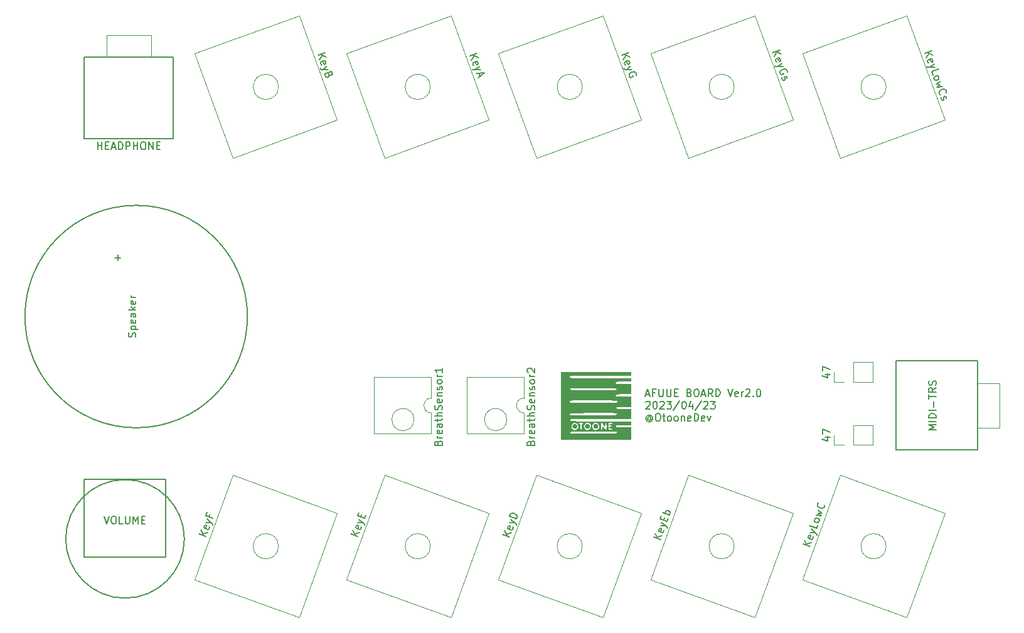
<source format=gto>
G04 #@! TF.GenerationSoftware,KiCad,Pcbnew,(5.1.8)-1*
G04 #@! TF.CreationDate,2023-04-24T00:28:35+09:00*
G04 #@! TF.ProjectId,windsynth,77696e64-7379-46e7-9468-2e6b69636164,rev?*
G04 #@! TF.SameCoordinates,Original*
G04 #@! TF.FileFunction,Legend,Top*
G04 #@! TF.FilePolarity,Positive*
%FSLAX46Y46*%
G04 Gerber Fmt 4.6, Leading zero omitted, Abs format (unit mm)*
G04 Created by KiCad (PCBNEW (5.1.8)-1) date 2023-04-24 00:28:35*
%MOMM*%
%LPD*%
G01*
G04 APERTURE LIST*
%ADD10C,0.150000*%
%ADD11C,0.010000*%
%ADD12C,0.120000*%
G04 APERTURE END LIST*
D10*
X130619047Y-84071428D02*
X131380952Y-84071428D01*
X131000000Y-84452380D02*
X131000000Y-83690476D01*
X202287976Y-102516666D02*
X202764166Y-102516666D01*
X202192738Y-102802380D02*
X202526071Y-101802380D01*
X202859404Y-102802380D01*
X203526071Y-102278571D02*
X203192738Y-102278571D01*
X203192738Y-102802380D02*
X203192738Y-101802380D01*
X203668928Y-101802380D01*
X204049880Y-101802380D02*
X204049880Y-102611904D01*
X204097500Y-102707142D01*
X204145119Y-102754761D01*
X204240357Y-102802380D01*
X204430833Y-102802380D01*
X204526071Y-102754761D01*
X204573690Y-102707142D01*
X204621309Y-102611904D01*
X204621309Y-101802380D01*
X205097500Y-101802380D02*
X205097500Y-102611904D01*
X205145119Y-102707142D01*
X205192738Y-102754761D01*
X205287976Y-102802380D01*
X205478452Y-102802380D01*
X205573690Y-102754761D01*
X205621309Y-102707142D01*
X205668928Y-102611904D01*
X205668928Y-101802380D01*
X206145119Y-102278571D02*
X206478452Y-102278571D01*
X206621309Y-102802380D02*
X206145119Y-102802380D01*
X206145119Y-101802380D01*
X206621309Y-101802380D01*
X208145119Y-102278571D02*
X208287976Y-102326190D01*
X208335595Y-102373809D01*
X208383214Y-102469047D01*
X208383214Y-102611904D01*
X208335595Y-102707142D01*
X208287976Y-102754761D01*
X208192738Y-102802380D01*
X207811785Y-102802380D01*
X207811785Y-101802380D01*
X208145119Y-101802380D01*
X208240357Y-101850000D01*
X208287976Y-101897619D01*
X208335595Y-101992857D01*
X208335595Y-102088095D01*
X208287976Y-102183333D01*
X208240357Y-102230952D01*
X208145119Y-102278571D01*
X207811785Y-102278571D01*
X209002261Y-101802380D02*
X209192738Y-101802380D01*
X209287976Y-101850000D01*
X209383214Y-101945238D01*
X209430833Y-102135714D01*
X209430833Y-102469047D01*
X209383214Y-102659523D01*
X209287976Y-102754761D01*
X209192738Y-102802380D01*
X209002261Y-102802380D01*
X208907023Y-102754761D01*
X208811785Y-102659523D01*
X208764166Y-102469047D01*
X208764166Y-102135714D01*
X208811785Y-101945238D01*
X208907023Y-101850000D01*
X209002261Y-101802380D01*
X209811785Y-102516666D02*
X210287976Y-102516666D01*
X209716547Y-102802380D02*
X210049880Y-101802380D01*
X210383214Y-102802380D01*
X211287976Y-102802380D02*
X210954642Y-102326190D01*
X210716547Y-102802380D02*
X210716547Y-101802380D01*
X211097500Y-101802380D01*
X211192738Y-101850000D01*
X211240357Y-101897619D01*
X211287976Y-101992857D01*
X211287976Y-102135714D01*
X211240357Y-102230952D01*
X211192738Y-102278571D01*
X211097500Y-102326190D01*
X210716547Y-102326190D01*
X211716547Y-102802380D02*
X211716547Y-101802380D01*
X211954642Y-101802380D01*
X212097500Y-101850000D01*
X212192738Y-101945238D01*
X212240357Y-102040476D01*
X212287976Y-102230952D01*
X212287976Y-102373809D01*
X212240357Y-102564285D01*
X212192738Y-102659523D01*
X212097500Y-102754761D01*
X211954642Y-102802380D01*
X211716547Y-102802380D01*
X213335595Y-101802380D02*
X213668928Y-102802380D01*
X214002261Y-101802380D01*
X214716547Y-102754761D02*
X214621309Y-102802380D01*
X214430833Y-102802380D01*
X214335595Y-102754761D01*
X214287976Y-102659523D01*
X214287976Y-102278571D01*
X214335595Y-102183333D01*
X214430833Y-102135714D01*
X214621309Y-102135714D01*
X214716547Y-102183333D01*
X214764166Y-102278571D01*
X214764166Y-102373809D01*
X214287976Y-102469047D01*
X215192738Y-102802380D02*
X215192738Y-102135714D01*
X215192738Y-102326190D02*
X215240357Y-102230952D01*
X215287976Y-102183333D01*
X215383214Y-102135714D01*
X215478452Y-102135714D01*
X215764166Y-101897619D02*
X215811785Y-101850000D01*
X215907023Y-101802380D01*
X216145119Y-101802380D01*
X216240357Y-101850000D01*
X216287976Y-101897619D01*
X216335595Y-101992857D01*
X216335595Y-102088095D01*
X216287976Y-102230952D01*
X215716547Y-102802380D01*
X216335595Y-102802380D01*
X216764166Y-102707142D02*
X216811785Y-102754761D01*
X216764166Y-102802380D01*
X216716547Y-102754761D01*
X216764166Y-102707142D01*
X216764166Y-102802380D01*
X217430833Y-101802380D02*
X217526071Y-101802380D01*
X217621309Y-101850000D01*
X217668928Y-101897619D01*
X217716547Y-101992857D01*
X217764166Y-102183333D01*
X217764166Y-102421428D01*
X217716547Y-102611904D01*
X217668928Y-102707142D01*
X217621309Y-102754761D01*
X217526071Y-102802380D01*
X217430833Y-102802380D01*
X217335595Y-102754761D01*
X217287976Y-102707142D01*
X217240357Y-102611904D01*
X217192738Y-102421428D01*
X217192738Y-102183333D01*
X217240357Y-101992857D01*
X217287976Y-101897619D01*
X217335595Y-101850000D01*
X217430833Y-101802380D01*
X202287976Y-103547619D02*
X202335595Y-103500000D01*
X202430833Y-103452380D01*
X202668928Y-103452380D01*
X202764166Y-103500000D01*
X202811785Y-103547619D01*
X202859404Y-103642857D01*
X202859404Y-103738095D01*
X202811785Y-103880952D01*
X202240357Y-104452380D01*
X202859404Y-104452380D01*
X203478452Y-103452380D02*
X203573690Y-103452380D01*
X203668928Y-103500000D01*
X203716547Y-103547619D01*
X203764166Y-103642857D01*
X203811785Y-103833333D01*
X203811785Y-104071428D01*
X203764166Y-104261904D01*
X203716547Y-104357142D01*
X203668928Y-104404761D01*
X203573690Y-104452380D01*
X203478452Y-104452380D01*
X203383214Y-104404761D01*
X203335595Y-104357142D01*
X203287976Y-104261904D01*
X203240357Y-104071428D01*
X203240357Y-103833333D01*
X203287976Y-103642857D01*
X203335595Y-103547619D01*
X203383214Y-103500000D01*
X203478452Y-103452380D01*
X204192738Y-103547619D02*
X204240357Y-103500000D01*
X204335595Y-103452380D01*
X204573690Y-103452380D01*
X204668928Y-103500000D01*
X204716547Y-103547619D01*
X204764166Y-103642857D01*
X204764166Y-103738095D01*
X204716547Y-103880952D01*
X204145119Y-104452380D01*
X204764166Y-104452380D01*
X205097500Y-103452380D02*
X205716547Y-103452380D01*
X205383214Y-103833333D01*
X205526071Y-103833333D01*
X205621309Y-103880952D01*
X205668928Y-103928571D01*
X205716547Y-104023809D01*
X205716547Y-104261904D01*
X205668928Y-104357142D01*
X205621309Y-104404761D01*
X205526071Y-104452380D01*
X205240357Y-104452380D01*
X205145119Y-104404761D01*
X205097500Y-104357142D01*
X206859404Y-103404761D02*
X206002261Y-104690476D01*
X207383214Y-103452380D02*
X207478452Y-103452380D01*
X207573690Y-103500000D01*
X207621309Y-103547619D01*
X207668928Y-103642857D01*
X207716547Y-103833333D01*
X207716547Y-104071428D01*
X207668928Y-104261904D01*
X207621309Y-104357142D01*
X207573690Y-104404761D01*
X207478452Y-104452380D01*
X207383214Y-104452380D01*
X207287976Y-104404761D01*
X207240357Y-104357142D01*
X207192738Y-104261904D01*
X207145119Y-104071428D01*
X207145119Y-103833333D01*
X207192738Y-103642857D01*
X207240357Y-103547619D01*
X207287976Y-103500000D01*
X207383214Y-103452380D01*
X208573690Y-103785714D02*
X208573690Y-104452380D01*
X208335595Y-103404761D02*
X208097500Y-104119047D01*
X208716547Y-104119047D01*
X209811785Y-103404761D02*
X208954642Y-104690476D01*
X210097500Y-103547619D02*
X210145119Y-103500000D01*
X210240357Y-103452380D01*
X210478452Y-103452380D01*
X210573690Y-103500000D01*
X210621309Y-103547619D01*
X210668928Y-103642857D01*
X210668928Y-103738095D01*
X210621309Y-103880952D01*
X210049880Y-104452380D01*
X210668928Y-104452380D01*
X211002261Y-103452380D02*
X211621309Y-103452380D01*
X211287976Y-103833333D01*
X211430833Y-103833333D01*
X211526071Y-103880952D01*
X211573690Y-103928571D01*
X211621309Y-104023809D01*
X211621309Y-104261904D01*
X211573690Y-104357142D01*
X211526071Y-104404761D01*
X211430833Y-104452380D01*
X211145119Y-104452380D01*
X211049880Y-104404761D01*
X211002261Y-104357142D01*
X202954642Y-105626190D02*
X202907023Y-105578571D01*
X202811785Y-105530952D01*
X202716547Y-105530952D01*
X202621309Y-105578571D01*
X202573690Y-105626190D01*
X202526071Y-105721428D01*
X202526071Y-105816666D01*
X202573690Y-105911904D01*
X202621309Y-105959523D01*
X202716547Y-106007142D01*
X202811785Y-106007142D01*
X202907023Y-105959523D01*
X202954642Y-105911904D01*
X202954642Y-105530952D02*
X202954642Y-105911904D01*
X203002261Y-105959523D01*
X203049880Y-105959523D01*
X203145119Y-105911904D01*
X203192738Y-105816666D01*
X203192738Y-105578571D01*
X203097500Y-105435714D01*
X202954642Y-105340476D01*
X202764166Y-105292857D01*
X202573690Y-105340476D01*
X202430833Y-105435714D01*
X202335595Y-105578571D01*
X202287976Y-105769047D01*
X202335595Y-105959523D01*
X202430833Y-106102380D01*
X202573690Y-106197619D01*
X202764166Y-106245238D01*
X202954642Y-106197619D01*
X203097500Y-106102380D01*
X203811785Y-105102380D02*
X204002261Y-105102380D01*
X204097500Y-105150000D01*
X204192738Y-105245238D01*
X204240357Y-105435714D01*
X204240357Y-105769047D01*
X204192738Y-105959523D01*
X204097500Y-106054761D01*
X204002261Y-106102380D01*
X203811785Y-106102380D01*
X203716547Y-106054761D01*
X203621309Y-105959523D01*
X203573690Y-105769047D01*
X203573690Y-105435714D01*
X203621309Y-105245238D01*
X203716547Y-105150000D01*
X203811785Y-105102380D01*
X204526071Y-105435714D02*
X204907023Y-105435714D01*
X204668928Y-105102380D02*
X204668928Y-105959523D01*
X204716547Y-106054761D01*
X204811785Y-106102380D01*
X204907023Y-106102380D01*
X205383214Y-106102380D02*
X205287976Y-106054761D01*
X205240357Y-106007142D01*
X205192738Y-105911904D01*
X205192738Y-105626190D01*
X205240357Y-105530952D01*
X205287976Y-105483333D01*
X205383214Y-105435714D01*
X205526071Y-105435714D01*
X205621309Y-105483333D01*
X205668928Y-105530952D01*
X205716547Y-105626190D01*
X205716547Y-105911904D01*
X205668928Y-106007142D01*
X205621309Y-106054761D01*
X205526071Y-106102380D01*
X205383214Y-106102380D01*
X206287976Y-106102380D02*
X206192738Y-106054761D01*
X206145119Y-106007142D01*
X206097500Y-105911904D01*
X206097500Y-105626190D01*
X206145119Y-105530952D01*
X206192738Y-105483333D01*
X206287976Y-105435714D01*
X206430833Y-105435714D01*
X206526071Y-105483333D01*
X206573690Y-105530952D01*
X206621309Y-105626190D01*
X206621309Y-105911904D01*
X206573690Y-106007142D01*
X206526071Y-106054761D01*
X206430833Y-106102380D01*
X206287976Y-106102380D01*
X207049880Y-105435714D02*
X207049880Y-106102380D01*
X207049880Y-105530952D02*
X207097500Y-105483333D01*
X207192738Y-105435714D01*
X207335595Y-105435714D01*
X207430833Y-105483333D01*
X207478452Y-105578571D01*
X207478452Y-106102380D01*
X208335595Y-106054761D02*
X208240357Y-106102380D01*
X208049880Y-106102380D01*
X207954642Y-106054761D01*
X207907023Y-105959523D01*
X207907023Y-105578571D01*
X207954642Y-105483333D01*
X208049880Y-105435714D01*
X208240357Y-105435714D01*
X208335595Y-105483333D01*
X208383214Y-105578571D01*
X208383214Y-105673809D01*
X207907023Y-105769047D01*
X208811785Y-106102380D02*
X208811785Y-105102380D01*
X209049880Y-105102380D01*
X209192738Y-105150000D01*
X209287976Y-105245238D01*
X209335595Y-105340476D01*
X209383214Y-105530952D01*
X209383214Y-105673809D01*
X209335595Y-105864285D01*
X209287976Y-105959523D01*
X209192738Y-106054761D01*
X209049880Y-106102380D01*
X208811785Y-106102380D01*
X210192738Y-106054761D02*
X210097500Y-106102380D01*
X209907023Y-106102380D01*
X209811785Y-106054761D01*
X209764166Y-105959523D01*
X209764166Y-105578571D01*
X209811785Y-105483333D01*
X209907023Y-105435714D01*
X210097500Y-105435714D01*
X210192738Y-105483333D01*
X210240357Y-105578571D01*
X210240357Y-105673809D01*
X209764166Y-105769047D01*
X210573690Y-105435714D02*
X210811785Y-106102380D01*
X211049880Y-105435714D01*
D11*
G04 #@! TO.C,G\u002A\u002A\u002A*
G36*
X200199000Y-99893667D02*
G01*
X196120394Y-99893667D01*
X195441095Y-99893721D01*
X194841408Y-99893949D01*
X194316279Y-99894444D01*
X193860653Y-99895300D01*
X193469475Y-99896611D01*
X193137692Y-99898473D01*
X192860249Y-99900979D01*
X192632090Y-99904223D01*
X192448162Y-99908300D01*
X192303411Y-99913305D01*
X192192781Y-99919331D01*
X192111218Y-99926473D01*
X192053668Y-99934826D01*
X192015077Y-99944482D01*
X191990388Y-99955538D01*
X191974550Y-99968087D01*
X191971727Y-99971083D01*
X191907995Y-100083000D01*
X191928304Y-100187655D01*
X191979083Y-100246939D01*
X191997145Y-100258661D01*
X192027189Y-100269009D01*
X192074236Y-100278067D01*
X192143306Y-100285919D01*
X192239421Y-100292650D01*
X192367601Y-100298346D01*
X192532866Y-100303090D01*
X192740238Y-100306968D01*
X192994736Y-100310065D01*
X193301383Y-100312465D01*
X193665198Y-100314253D01*
X194091202Y-100315514D01*
X194584416Y-100316332D01*
X195149860Y-100316793D01*
X195792556Y-100316982D01*
X196127750Y-100317000D01*
X200199000Y-100317000D01*
X200199000Y-100698000D01*
X199255919Y-100698000D01*
X198938626Y-100698879D01*
X198695133Y-100701978D01*
X198514589Y-100707985D01*
X198386142Y-100717590D01*
X198298938Y-100731482D01*
X198242127Y-100750352D01*
X198218752Y-100763900D01*
X198144629Y-100854288D01*
X198128682Y-100960705D01*
X198172121Y-101052064D01*
X198206550Y-101077510D01*
X198276749Y-101092092D01*
X198422619Y-101104143D01*
X198635193Y-101113286D01*
X198905502Y-101119140D01*
X199224579Y-101121327D01*
X199243716Y-101121333D01*
X200199000Y-101121333D01*
X200199000Y-102391333D01*
X199278250Y-102395553D01*
X199001239Y-102398112D01*
X198747635Y-102402879D01*
X198531523Y-102409397D01*
X198366990Y-102417207D01*
X198268121Y-102425849D01*
X198251666Y-102428977D01*
X198163420Y-102484047D01*
X198131940Y-102578081D01*
X198134769Y-102679134D01*
X198158410Y-102738344D01*
X198211998Y-102750523D01*
X198340001Y-102760872D01*
X198532183Y-102769008D01*
X198778305Y-102774550D01*
X199068130Y-102777114D01*
X199198887Y-102777214D01*
X200199000Y-102775720D01*
X200199000Y-104127000D01*
X199291589Y-104127000D01*
X198948525Y-104128595D01*
X198681189Y-104134272D01*
X198480686Y-104145372D01*
X198338123Y-104163233D01*
X198244604Y-104189195D01*
X198191236Y-104224596D01*
X198169124Y-104270776D01*
X198167000Y-104296333D01*
X198177592Y-104347990D01*
X198215299Y-104388243D01*
X198289015Y-104418434D01*
X198407635Y-104439900D01*
X198580052Y-104453981D01*
X198815161Y-104462017D01*
X199121857Y-104465347D01*
X199291589Y-104465667D01*
X200199000Y-104465667D01*
X200199000Y-105778000D01*
X192072951Y-105778000D01*
X192001943Y-105886372D01*
X191956295Y-105966923D01*
X191961068Y-106018467D01*
X192002466Y-106066289D01*
X192022657Y-106078049D01*
X192061168Y-106088736D01*
X192121844Y-106098402D01*
X192208530Y-106107102D01*
X192325071Y-106114890D01*
X192475312Y-106121818D01*
X192663099Y-106127942D01*
X192892276Y-106133314D01*
X193166689Y-106137989D01*
X193490182Y-106142021D01*
X193866601Y-106145463D01*
X194299791Y-106148368D01*
X194793597Y-106150792D01*
X195351864Y-106152788D01*
X195978438Y-106154409D01*
X196677163Y-106155709D01*
X197451884Y-106156743D01*
X198306448Y-106157563D01*
X198537416Y-106157744D01*
X200199000Y-106159000D01*
X200199000Y-106582333D01*
X199233799Y-106582333D01*
X198888361Y-106583859D01*
X198621377Y-106588643D01*
X198426686Y-106596992D01*
X198298127Y-106609215D01*
X198229539Y-106625620D01*
X198217799Y-106633133D01*
X198175669Y-106717325D01*
X198170398Y-106822074D01*
X198199968Y-106909345D01*
X198233962Y-106937637D01*
X198294350Y-106945091D01*
X198426282Y-106951696D01*
X198616636Y-106957119D01*
X198852288Y-106961029D01*
X199120119Y-106963094D01*
X199249962Y-106963333D01*
X200199000Y-106963333D01*
X200199000Y-108529667D01*
X190801000Y-108529667D01*
X190801000Y-107594813D01*
X192011840Y-107594813D01*
X192043773Y-107690526D01*
X192128273Y-107746489D01*
X192128975Y-107746650D01*
X192173480Y-107754857D01*
X192233038Y-107761917D01*
X192313495Y-107767890D01*
X192420700Y-107772836D01*
X192560499Y-107776815D01*
X192738742Y-107779887D01*
X192961275Y-107782113D01*
X193233945Y-107783552D01*
X193562602Y-107784264D01*
X193953092Y-107784311D01*
X194411263Y-107783751D01*
X194942963Y-107782645D01*
X195492077Y-107781225D01*
X196083202Y-107779190D01*
X196594063Y-107776509D01*
X197029064Y-107773091D01*
X197392605Y-107768845D01*
X197689089Y-107763681D01*
X197922918Y-107757508D01*
X198098494Y-107750235D01*
X198220219Y-107741773D01*
X198292494Y-107732031D01*
X198317827Y-107723125D01*
X198365230Y-107644549D01*
X198376551Y-107543894D01*
X198349473Y-107462749D01*
X198333135Y-107448190D01*
X198284357Y-107443653D01*
X198157668Y-107439434D01*
X197959826Y-107435587D01*
X197697586Y-107432165D01*
X197377704Y-107429221D01*
X197006937Y-107426808D01*
X196592041Y-107424979D01*
X196139771Y-107423788D01*
X195656885Y-107423288D01*
X195190078Y-107423484D01*
X194598971Y-107424284D01*
X194086858Y-107425366D01*
X193648067Y-107426856D01*
X193276927Y-107428880D01*
X192967767Y-107431564D01*
X192714913Y-107435034D01*
X192512694Y-107439416D01*
X192355438Y-107444837D01*
X192237473Y-107451423D01*
X192153127Y-107459298D01*
X192096729Y-107468591D01*
X192062606Y-107479426D01*
X192045087Y-107491931D01*
X192043920Y-107493426D01*
X192011840Y-107594813D01*
X190801000Y-107594813D01*
X190801000Y-106801385D01*
X192139384Y-106801385D01*
X192173981Y-107000699D01*
X192279867Y-107157212D01*
X192460183Y-107275444D01*
X192473166Y-107281299D01*
X192595609Y-107327628D01*
X192691019Y-107333574D01*
X192798757Y-107297236D01*
X192870553Y-107262105D01*
X193047147Y-107135259D01*
X193148707Y-106970860D01*
X193178438Y-106765741D01*
X193139283Y-106560439D01*
X193030210Y-106402683D01*
X192969370Y-106361814D01*
X193198025Y-106361814D01*
X193219940Y-106448062D01*
X193290848Y-106507293D01*
X193302580Y-106510956D01*
X193342182Y-106530426D01*
X193366335Y-106575048D01*
X193378726Y-106662231D01*
X193383042Y-106809386D01*
X193383333Y-106892342D01*
X193388750Y-107095736D01*
X193405523Y-107220782D01*
X193434437Y-107273138D01*
X193436250Y-107273963D01*
X193489470Y-107295727D01*
X193496287Y-107298658D01*
X193535680Y-107288784D01*
X193570370Y-107276304D01*
X193604286Y-107246742D01*
X193624878Y-107179176D01*
X193634948Y-107057499D01*
X193637333Y-106891341D01*
X193638201Y-106806804D01*
X193806666Y-106806804D01*
X193841179Y-106941074D01*
X193930886Y-107084641D01*
X194055043Y-107209365D01*
X194146842Y-107268216D01*
X194269731Y-107322825D01*
X194360199Y-107337376D01*
X194459632Y-107313295D01*
X194538802Y-107281739D01*
X194703696Y-107175973D01*
X194821962Y-107027031D01*
X194884357Y-106855396D01*
X194882970Y-106766553D01*
X194961286Y-106766553D01*
X194991299Y-106947186D01*
X195084081Y-107112267D01*
X195238720Y-107244780D01*
X195309500Y-107281299D01*
X195415504Y-107324937D01*
X195489588Y-107335899D01*
X195572775Y-107314095D01*
X195602556Y-107302000D01*
X197148394Y-107302000D01*
X197393113Y-107301352D01*
X197536764Y-107295028D01*
X197649936Y-107279403D01*
X197694915Y-107264529D01*
X197735947Y-107197499D01*
X197736883Y-107148760D01*
X197703168Y-107093329D01*
X197615976Y-107064146D01*
X197542218Y-107056149D01*
X197425725Y-107040095D01*
X197372950Y-107007112D01*
X197362666Y-106960899D01*
X197380980Y-106903187D01*
X197450443Y-106880662D01*
X197505649Y-106878667D01*
X197634688Y-106854770D01*
X197716457Y-106792699D01*
X197734025Y-106706881D01*
X197728564Y-106688706D01*
X197665210Y-106640165D01*
X197529800Y-106624667D01*
X197411967Y-106609781D01*
X197370786Y-106575456D01*
X197405785Y-106537184D01*
X197516493Y-106510459D01*
X197533324Y-106508886D01*
X197674128Y-106480226D01*
X197736546Y-106424126D01*
X197719374Y-106341707D01*
X197716934Y-106337751D01*
X197665275Y-106293352D01*
X197568686Y-106270716D01*
X197421552Y-106264833D01*
X197172166Y-106264833D01*
X197160280Y-106783417D01*
X197148394Y-107302000D01*
X195602556Y-107302000D01*
X195655398Y-107280540D01*
X195845950Y-107165662D01*
X195961833Y-107010939D01*
X195976562Y-106942002D01*
X196135494Y-106942002D01*
X196140204Y-107101084D01*
X196149913Y-107219204D01*
X196164882Y-107275436D01*
X196165007Y-107275563D01*
X196227167Y-107294895D01*
X196281424Y-107293202D01*
X196331413Y-107274207D01*
X196360164Y-107221722D01*
X196375485Y-107115351D01*
X196380629Y-107034069D01*
X196390697Y-106898040D01*
X196406216Y-106832523D01*
X196432539Y-106823364D01*
X196454712Y-106838169D01*
X196507043Y-106905676D01*
X196516000Y-106939077D01*
X196546041Y-107011583D01*
X196620752Y-107105672D01*
X196717012Y-107199070D01*
X196811704Y-107269504D01*
X196881706Y-107294700D01*
X196884690Y-107294273D01*
X196916964Y-107280078D01*
X196938600Y-107242734D01*
X196951671Y-107167988D01*
X196958248Y-107041586D01*
X196960405Y-106849275D01*
X196960500Y-106772833D01*
X196959395Y-106557326D01*
X196954639Y-106412113D01*
X196944071Y-106322839D01*
X196925530Y-106275144D01*
X196896853Y-106254670D01*
X196881920Y-106250860D01*
X196804416Y-106251943D01*
X196756780Y-106300817D01*
X196731262Y-106411023D01*
X196722523Y-106529417D01*
X196711853Y-106653626D01*
X196695158Y-106734292D01*
X196682935Y-106751667D01*
X196647456Y-106718257D01*
X196583895Y-106631011D01*
X196512233Y-106518850D01*
X196392010Y-106349118D01*
X196286589Y-106261722D01*
X196194882Y-106255835D01*
X196177712Y-106264599D01*
X196161375Y-106314591D01*
X196148722Y-106428253D01*
X196140016Y-106584660D01*
X196135519Y-106762885D01*
X196135494Y-106942002D01*
X195976562Y-106942002D01*
X196003624Y-106815343D01*
X195993284Y-106677384D01*
X195925972Y-106500481D01*
X195800137Y-106363571D01*
X195635717Y-106276833D01*
X195452654Y-106250447D01*
X195270889Y-106294594D01*
X195256976Y-106301490D01*
X195093212Y-106426689D01*
X194994953Y-106587382D01*
X194961286Y-106766553D01*
X194882970Y-106766553D01*
X194881641Y-106681550D01*
X194849472Y-106593239D01*
X194720342Y-106412485D01*
X194560918Y-106295391D01*
X194385618Y-106246328D01*
X194208856Y-106269670D01*
X194062394Y-106354542D01*
X193917870Y-106510983D01*
X193828796Y-106681909D01*
X193806666Y-106806804D01*
X193638201Y-106806804D01*
X193639142Y-106715326D01*
X193647258Y-106606234D01*
X193665712Y-106546352D01*
X193698536Y-106517967D01*
X193724277Y-106509337D01*
X193789289Y-106466814D01*
X193798361Y-106375717D01*
X193784637Y-106313098D01*
X193747827Y-106278193D01*
X193666688Y-106260892D01*
X193538511Y-106252031D01*
X193394903Y-106252551D01*
X193281870Y-106267259D01*
X193235965Y-106285337D01*
X193198025Y-106361814D01*
X192969370Y-106361814D01*
X192890102Y-106308567D01*
X192690112Y-106251408D01*
X192502112Y-106269761D01*
X192340015Y-106354493D01*
X192217734Y-106496471D01*
X192149180Y-106686561D01*
X192139384Y-106801385D01*
X190801000Y-106801385D01*
X190801000Y-105116218D01*
X191925214Y-105116218D01*
X191948057Y-105188703D01*
X191968127Y-105219047D01*
X192033467Y-105312333D01*
X195139543Y-105312333D01*
X195731937Y-105312186D01*
X196245362Y-105311666D01*
X196685517Y-105310654D01*
X197058100Y-105309029D01*
X197368808Y-105306672D01*
X197623340Y-105303464D01*
X197827393Y-105299286D01*
X197986665Y-105294018D01*
X198106856Y-105287540D01*
X198193661Y-105279733D01*
X198252780Y-105270477D01*
X198289910Y-105259654D01*
X198310750Y-105247143D01*
X198312142Y-105245809D01*
X198373334Y-105144372D01*
X198350057Y-105043872D01*
X198311870Y-104997585D01*
X198292633Y-104984897D01*
X198258319Y-104973969D01*
X198203224Y-104964700D01*
X198121641Y-104956991D01*
X198007865Y-104950741D01*
X197856188Y-104945850D01*
X197660906Y-104942217D01*
X197416312Y-104939742D01*
X197116700Y-104938324D01*
X196756364Y-104937864D01*
X196329599Y-104938260D01*
X195830697Y-104939413D01*
X195253954Y-104941222D01*
X195131447Y-104941644D01*
X194543896Y-104943731D01*
X194035206Y-104945723D01*
X193599571Y-104947799D01*
X193231185Y-104950139D01*
X192924241Y-104952919D01*
X192672935Y-104956320D01*
X192471460Y-104960519D01*
X192314011Y-104965695D01*
X192194782Y-104972026D01*
X192107967Y-104979691D01*
X192047761Y-104988868D01*
X192008357Y-104999736D01*
X191983949Y-105012474D01*
X191968733Y-105027258D01*
X191960302Y-105039130D01*
X191925214Y-105116218D01*
X190801000Y-105116218D01*
X190801000Y-103449667D01*
X191901666Y-103449667D01*
X191928991Y-103508068D01*
X191986333Y-103576667D01*
X192004075Y-103592660D01*
X192026967Y-103606501D01*
X192060871Y-103618346D01*
X192111648Y-103628350D01*
X192185159Y-103636668D01*
X192287266Y-103643456D01*
X192423829Y-103648869D01*
X192600710Y-103653063D01*
X192823771Y-103656192D01*
X193098873Y-103658414D01*
X193431877Y-103659882D01*
X193828644Y-103660752D01*
X194295037Y-103661180D01*
X194836915Y-103661321D01*
X195179476Y-103661333D01*
X195772112Y-103661187D01*
X196285777Y-103660667D01*
X196726167Y-103659655D01*
X197098979Y-103658032D01*
X197409906Y-103655678D01*
X197664646Y-103652474D01*
X197868894Y-103648300D01*
X198028345Y-103643037D01*
X198148696Y-103636566D01*
X198235642Y-103628768D01*
X198294878Y-103619522D01*
X198332101Y-103608711D01*
X198353006Y-103596214D01*
X198354476Y-103594809D01*
X198411420Y-103492934D01*
X198412144Y-103381374D01*
X198358328Y-103294381D01*
X198339116Y-103281823D01*
X198277636Y-103272141D01*
X198131828Y-103263657D01*
X197902019Y-103256374D01*
X197588540Y-103250298D01*
X197191718Y-103245432D01*
X196711884Y-103241781D01*
X196149365Y-103239350D01*
X195504493Y-103238143D01*
X195164116Y-103238000D01*
X194578441Y-103238048D01*
X194071556Y-103238296D01*
X193637584Y-103238902D01*
X193270649Y-103240021D01*
X192964874Y-103241811D01*
X192714383Y-103244427D01*
X192513298Y-103248027D01*
X192355743Y-103252766D01*
X192235842Y-103258802D01*
X192147717Y-103266291D01*
X192085493Y-103275390D01*
X192043292Y-103286255D01*
X192015239Y-103299043D01*
X191995455Y-103313910D01*
X191986333Y-103322667D01*
X191924179Y-103398483D01*
X191901666Y-103449667D01*
X190801000Y-103449667D01*
X190801000Y-101769399D01*
X192005344Y-101769399D01*
X192030307Y-101844067D01*
X192040693Y-101859485D01*
X192058038Y-101872829D01*
X192088125Y-101884249D01*
X192136736Y-101893893D01*
X192209653Y-101901912D01*
X192312659Y-101908456D01*
X192451536Y-101913674D01*
X192632066Y-101917716D01*
X192860032Y-101920732D01*
X193141215Y-101922872D01*
X193481400Y-101924284D01*
X193886367Y-101925120D01*
X194361898Y-101925528D01*
X194913778Y-101925658D01*
X195181491Y-101925667D01*
X195847032Y-101925152D01*
X196429518Y-101923595D01*
X196930553Y-101920971D01*
X197351740Y-101917259D01*
X197694685Y-101912434D01*
X197960992Y-101906474D01*
X198152265Y-101899356D01*
X198270109Y-101891058D01*
X198316129Y-101881556D01*
X198316653Y-101880927D01*
X198329890Y-101813955D01*
X198316883Y-101731034D01*
X198287274Y-101665601D01*
X198250707Y-101651095D01*
X198250425Y-101651267D01*
X198212316Y-101646714D01*
X198209333Y-101631832D01*
X198168359Y-101625021D01*
X198050873Y-101618660D01*
X197865027Y-101612774D01*
X197618976Y-101607386D01*
X197320872Y-101602524D01*
X196978868Y-101598212D01*
X196601119Y-101594476D01*
X196195776Y-101591341D01*
X195770994Y-101588832D01*
X195334925Y-101586976D01*
X194895723Y-101585796D01*
X194461541Y-101585319D01*
X194040533Y-101585569D01*
X193640850Y-101586573D01*
X193270648Y-101588355D01*
X192938078Y-101590942D01*
X192651295Y-101594357D01*
X192418450Y-101598627D01*
X192247699Y-101603778D01*
X192147194Y-101609833D01*
X192126845Y-101612916D01*
X192030107Y-101672197D01*
X192005344Y-101769399D01*
X190801000Y-101769399D01*
X190801000Y-99512667D01*
X200199000Y-99512667D01*
X200199000Y-99893667D01*
G37*
X200199000Y-99893667D02*
X196120394Y-99893667D01*
X195441095Y-99893721D01*
X194841408Y-99893949D01*
X194316279Y-99894444D01*
X193860653Y-99895300D01*
X193469475Y-99896611D01*
X193137692Y-99898473D01*
X192860249Y-99900979D01*
X192632090Y-99904223D01*
X192448162Y-99908300D01*
X192303411Y-99913305D01*
X192192781Y-99919331D01*
X192111218Y-99926473D01*
X192053668Y-99934826D01*
X192015077Y-99944482D01*
X191990388Y-99955538D01*
X191974550Y-99968087D01*
X191971727Y-99971083D01*
X191907995Y-100083000D01*
X191928304Y-100187655D01*
X191979083Y-100246939D01*
X191997145Y-100258661D01*
X192027189Y-100269009D01*
X192074236Y-100278067D01*
X192143306Y-100285919D01*
X192239421Y-100292650D01*
X192367601Y-100298346D01*
X192532866Y-100303090D01*
X192740238Y-100306968D01*
X192994736Y-100310065D01*
X193301383Y-100312465D01*
X193665198Y-100314253D01*
X194091202Y-100315514D01*
X194584416Y-100316332D01*
X195149860Y-100316793D01*
X195792556Y-100316982D01*
X196127750Y-100317000D01*
X200199000Y-100317000D01*
X200199000Y-100698000D01*
X199255919Y-100698000D01*
X198938626Y-100698879D01*
X198695133Y-100701978D01*
X198514589Y-100707985D01*
X198386142Y-100717590D01*
X198298938Y-100731482D01*
X198242127Y-100750352D01*
X198218752Y-100763900D01*
X198144629Y-100854288D01*
X198128682Y-100960705D01*
X198172121Y-101052064D01*
X198206550Y-101077510D01*
X198276749Y-101092092D01*
X198422619Y-101104143D01*
X198635193Y-101113286D01*
X198905502Y-101119140D01*
X199224579Y-101121327D01*
X199243716Y-101121333D01*
X200199000Y-101121333D01*
X200199000Y-102391333D01*
X199278250Y-102395553D01*
X199001239Y-102398112D01*
X198747635Y-102402879D01*
X198531523Y-102409397D01*
X198366990Y-102417207D01*
X198268121Y-102425849D01*
X198251666Y-102428977D01*
X198163420Y-102484047D01*
X198131940Y-102578081D01*
X198134769Y-102679134D01*
X198158410Y-102738344D01*
X198211998Y-102750523D01*
X198340001Y-102760872D01*
X198532183Y-102769008D01*
X198778305Y-102774550D01*
X199068130Y-102777114D01*
X199198887Y-102777214D01*
X200199000Y-102775720D01*
X200199000Y-104127000D01*
X199291589Y-104127000D01*
X198948525Y-104128595D01*
X198681189Y-104134272D01*
X198480686Y-104145372D01*
X198338123Y-104163233D01*
X198244604Y-104189195D01*
X198191236Y-104224596D01*
X198169124Y-104270776D01*
X198167000Y-104296333D01*
X198177592Y-104347990D01*
X198215299Y-104388243D01*
X198289015Y-104418434D01*
X198407635Y-104439900D01*
X198580052Y-104453981D01*
X198815161Y-104462017D01*
X199121857Y-104465347D01*
X199291589Y-104465667D01*
X200199000Y-104465667D01*
X200199000Y-105778000D01*
X192072951Y-105778000D01*
X192001943Y-105886372D01*
X191956295Y-105966923D01*
X191961068Y-106018467D01*
X192002466Y-106066289D01*
X192022657Y-106078049D01*
X192061168Y-106088736D01*
X192121844Y-106098402D01*
X192208530Y-106107102D01*
X192325071Y-106114890D01*
X192475312Y-106121818D01*
X192663099Y-106127942D01*
X192892276Y-106133314D01*
X193166689Y-106137989D01*
X193490182Y-106142021D01*
X193866601Y-106145463D01*
X194299791Y-106148368D01*
X194793597Y-106150792D01*
X195351864Y-106152788D01*
X195978438Y-106154409D01*
X196677163Y-106155709D01*
X197451884Y-106156743D01*
X198306448Y-106157563D01*
X198537416Y-106157744D01*
X200199000Y-106159000D01*
X200199000Y-106582333D01*
X199233799Y-106582333D01*
X198888361Y-106583859D01*
X198621377Y-106588643D01*
X198426686Y-106596992D01*
X198298127Y-106609215D01*
X198229539Y-106625620D01*
X198217799Y-106633133D01*
X198175669Y-106717325D01*
X198170398Y-106822074D01*
X198199968Y-106909345D01*
X198233962Y-106937637D01*
X198294350Y-106945091D01*
X198426282Y-106951696D01*
X198616636Y-106957119D01*
X198852288Y-106961029D01*
X199120119Y-106963094D01*
X199249962Y-106963333D01*
X200199000Y-106963333D01*
X200199000Y-108529667D01*
X190801000Y-108529667D01*
X190801000Y-107594813D01*
X192011840Y-107594813D01*
X192043773Y-107690526D01*
X192128273Y-107746489D01*
X192128975Y-107746650D01*
X192173480Y-107754857D01*
X192233038Y-107761917D01*
X192313495Y-107767890D01*
X192420700Y-107772836D01*
X192560499Y-107776815D01*
X192738742Y-107779887D01*
X192961275Y-107782113D01*
X193233945Y-107783552D01*
X193562602Y-107784264D01*
X193953092Y-107784311D01*
X194411263Y-107783751D01*
X194942963Y-107782645D01*
X195492077Y-107781225D01*
X196083202Y-107779190D01*
X196594063Y-107776509D01*
X197029064Y-107773091D01*
X197392605Y-107768845D01*
X197689089Y-107763681D01*
X197922918Y-107757508D01*
X198098494Y-107750235D01*
X198220219Y-107741773D01*
X198292494Y-107732031D01*
X198317827Y-107723125D01*
X198365230Y-107644549D01*
X198376551Y-107543894D01*
X198349473Y-107462749D01*
X198333135Y-107448190D01*
X198284357Y-107443653D01*
X198157668Y-107439434D01*
X197959826Y-107435587D01*
X197697586Y-107432165D01*
X197377704Y-107429221D01*
X197006937Y-107426808D01*
X196592041Y-107424979D01*
X196139771Y-107423788D01*
X195656885Y-107423288D01*
X195190078Y-107423484D01*
X194598971Y-107424284D01*
X194086858Y-107425366D01*
X193648067Y-107426856D01*
X193276927Y-107428880D01*
X192967767Y-107431564D01*
X192714913Y-107435034D01*
X192512694Y-107439416D01*
X192355438Y-107444837D01*
X192237473Y-107451423D01*
X192153127Y-107459298D01*
X192096729Y-107468591D01*
X192062606Y-107479426D01*
X192045087Y-107491931D01*
X192043920Y-107493426D01*
X192011840Y-107594813D01*
X190801000Y-107594813D01*
X190801000Y-106801385D01*
X192139384Y-106801385D01*
X192173981Y-107000699D01*
X192279867Y-107157212D01*
X192460183Y-107275444D01*
X192473166Y-107281299D01*
X192595609Y-107327628D01*
X192691019Y-107333574D01*
X192798757Y-107297236D01*
X192870553Y-107262105D01*
X193047147Y-107135259D01*
X193148707Y-106970860D01*
X193178438Y-106765741D01*
X193139283Y-106560439D01*
X193030210Y-106402683D01*
X192969370Y-106361814D01*
X193198025Y-106361814D01*
X193219940Y-106448062D01*
X193290848Y-106507293D01*
X193302580Y-106510956D01*
X193342182Y-106530426D01*
X193366335Y-106575048D01*
X193378726Y-106662231D01*
X193383042Y-106809386D01*
X193383333Y-106892342D01*
X193388750Y-107095736D01*
X193405523Y-107220782D01*
X193434437Y-107273138D01*
X193436250Y-107273963D01*
X193489470Y-107295727D01*
X193496287Y-107298658D01*
X193535680Y-107288784D01*
X193570370Y-107276304D01*
X193604286Y-107246742D01*
X193624878Y-107179176D01*
X193634948Y-107057499D01*
X193637333Y-106891341D01*
X193638201Y-106806804D01*
X193806666Y-106806804D01*
X193841179Y-106941074D01*
X193930886Y-107084641D01*
X194055043Y-107209365D01*
X194146842Y-107268216D01*
X194269731Y-107322825D01*
X194360199Y-107337376D01*
X194459632Y-107313295D01*
X194538802Y-107281739D01*
X194703696Y-107175973D01*
X194821962Y-107027031D01*
X194884357Y-106855396D01*
X194882970Y-106766553D01*
X194961286Y-106766553D01*
X194991299Y-106947186D01*
X195084081Y-107112267D01*
X195238720Y-107244780D01*
X195309500Y-107281299D01*
X195415504Y-107324937D01*
X195489588Y-107335899D01*
X195572775Y-107314095D01*
X195602556Y-107302000D01*
X197148394Y-107302000D01*
X197393113Y-107301352D01*
X197536764Y-107295028D01*
X197649936Y-107279403D01*
X197694915Y-107264529D01*
X197735947Y-107197499D01*
X197736883Y-107148760D01*
X197703168Y-107093329D01*
X197615976Y-107064146D01*
X197542218Y-107056149D01*
X197425725Y-107040095D01*
X197372950Y-107007112D01*
X197362666Y-106960899D01*
X197380980Y-106903187D01*
X197450443Y-106880662D01*
X197505649Y-106878667D01*
X197634688Y-106854770D01*
X197716457Y-106792699D01*
X197734025Y-106706881D01*
X197728564Y-106688706D01*
X197665210Y-106640165D01*
X197529800Y-106624667D01*
X197411967Y-106609781D01*
X197370786Y-106575456D01*
X197405785Y-106537184D01*
X197516493Y-106510459D01*
X197533324Y-106508886D01*
X197674128Y-106480226D01*
X197736546Y-106424126D01*
X197719374Y-106341707D01*
X197716934Y-106337751D01*
X197665275Y-106293352D01*
X197568686Y-106270716D01*
X197421552Y-106264833D01*
X197172166Y-106264833D01*
X197160280Y-106783417D01*
X197148394Y-107302000D01*
X195602556Y-107302000D01*
X195655398Y-107280540D01*
X195845950Y-107165662D01*
X195961833Y-107010939D01*
X195976562Y-106942002D01*
X196135494Y-106942002D01*
X196140204Y-107101084D01*
X196149913Y-107219204D01*
X196164882Y-107275436D01*
X196165007Y-107275563D01*
X196227167Y-107294895D01*
X196281424Y-107293202D01*
X196331413Y-107274207D01*
X196360164Y-107221722D01*
X196375485Y-107115351D01*
X196380629Y-107034069D01*
X196390697Y-106898040D01*
X196406216Y-106832523D01*
X196432539Y-106823364D01*
X196454712Y-106838169D01*
X196507043Y-106905676D01*
X196516000Y-106939077D01*
X196546041Y-107011583D01*
X196620752Y-107105672D01*
X196717012Y-107199070D01*
X196811704Y-107269504D01*
X196881706Y-107294700D01*
X196884690Y-107294273D01*
X196916964Y-107280078D01*
X196938600Y-107242734D01*
X196951671Y-107167988D01*
X196958248Y-107041586D01*
X196960405Y-106849275D01*
X196960500Y-106772833D01*
X196959395Y-106557326D01*
X196954639Y-106412113D01*
X196944071Y-106322839D01*
X196925530Y-106275144D01*
X196896853Y-106254670D01*
X196881920Y-106250860D01*
X196804416Y-106251943D01*
X196756780Y-106300817D01*
X196731262Y-106411023D01*
X196722523Y-106529417D01*
X196711853Y-106653626D01*
X196695158Y-106734292D01*
X196682935Y-106751667D01*
X196647456Y-106718257D01*
X196583895Y-106631011D01*
X196512233Y-106518850D01*
X196392010Y-106349118D01*
X196286589Y-106261722D01*
X196194882Y-106255835D01*
X196177712Y-106264599D01*
X196161375Y-106314591D01*
X196148722Y-106428253D01*
X196140016Y-106584660D01*
X196135519Y-106762885D01*
X196135494Y-106942002D01*
X195976562Y-106942002D01*
X196003624Y-106815343D01*
X195993284Y-106677384D01*
X195925972Y-106500481D01*
X195800137Y-106363571D01*
X195635717Y-106276833D01*
X195452654Y-106250447D01*
X195270889Y-106294594D01*
X195256976Y-106301490D01*
X195093212Y-106426689D01*
X194994953Y-106587382D01*
X194961286Y-106766553D01*
X194882970Y-106766553D01*
X194881641Y-106681550D01*
X194849472Y-106593239D01*
X194720342Y-106412485D01*
X194560918Y-106295391D01*
X194385618Y-106246328D01*
X194208856Y-106269670D01*
X194062394Y-106354542D01*
X193917870Y-106510983D01*
X193828796Y-106681909D01*
X193806666Y-106806804D01*
X193638201Y-106806804D01*
X193639142Y-106715326D01*
X193647258Y-106606234D01*
X193665712Y-106546352D01*
X193698536Y-106517967D01*
X193724277Y-106509337D01*
X193789289Y-106466814D01*
X193798361Y-106375717D01*
X193784637Y-106313098D01*
X193747827Y-106278193D01*
X193666688Y-106260892D01*
X193538511Y-106252031D01*
X193394903Y-106252551D01*
X193281870Y-106267259D01*
X193235965Y-106285337D01*
X193198025Y-106361814D01*
X192969370Y-106361814D01*
X192890102Y-106308567D01*
X192690112Y-106251408D01*
X192502112Y-106269761D01*
X192340015Y-106354493D01*
X192217734Y-106496471D01*
X192149180Y-106686561D01*
X192139384Y-106801385D01*
X190801000Y-106801385D01*
X190801000Y-105116218D01*
X191925214Y-105116218D01*
X191948057Y-105188703D01*
X191968127Y-105219047D01*
X192033467Y-105312333D01*
X195139543Y-105312333D01*
X195731937Y-105312186D01*
X196245362Y-105311666D01*
X196685517Y-105310654D01*
X197058100Y-105309029D01*
X197368808Y-105306672D01*
X197623340Y-105303464D01*
X197827393Y-105299286D01*
X197986665Y-105294018D01*
X198106856Y-105287540D01*
X198193661Y-105279733D01*
X198252780Y-105270477D01*
X198289910Y-105259654D01*
X198310750Y-105247143D01*
X198312142Y-105245809D01*
X198373334Y-105144372D01*
X198350057Y-105043872D01*
X198311870Y-104997585D01*
X198292633Y-104984897D01*
X198258319Y-104973969D01*
X198203224Y-104964700D01*
X198121641Y-104956991D01*
X198007865Y-104950741D01*
X197856188Y-104945850D01*
X197660906Y-104942217D01*
X197416312Y-104939742D01*
X197116700Y-104938324D01*
X196756364Y-104937864D01*
X196329599Y-104938260D01*
X195830697Y-104939413D01*
X195253954Y-104941222D01*
X195131447Y-104941644D01*
X194543896Y-104943731D01*
X194035206Y-104945723D01*
X193599571Y-104947799D01*
X193231185Y-104950139D01*
X192924241Y-104952919D01*
X192672935Y-104956320D01*
X192471460Y-104960519D01*
X192314011Y-104965695D01*
X192194782Y-104972026D01*
X192107967Y-104979691D01*
X192047761Y-104988868D01*
X192008357Y-104999736D01*
X191983949Y-105012474D01*
X191968733Y-105027258D01*
X191960302Y-105039130D01*
X191925214Y-105116218D01*
X190801000Y-105116218D01*
X190801000Y-103449667D01*
X191901666Y-103449667D01*
X191928991Y-103508068D01*
X191986333Y-103576667D01*
X192004075Y-103592660D01*
X192026967Y-103606501D01*
X192060871Y-103618346D01*
X192111648Y-103628350D01*
X192185159Y-103636668D01*
X192287266Y-103643456D01*
X192423829Y-103648869D01*
X192600710Y-103653063D01*
X192823771Y-103656192D01*
X193098873Y-103658414D01*
X193431877Y-103659882D01*
X193828644Y-103660752D01*
X194295037Y-103661180D01*
X194836915Y-103661321D01*
X195179476Y-103661333D01*
X195772112Y-103661187D01*
X196285777Y-103660667D01*
X196726167Y-103659655D01*
X197098979Y-103658032D01*
X197409906Y-103655678D01*
X197664646Y-103652474D01*
X197868894Y-103648300D01*
X198028345Y-103643037D01*
X198148696Y-103636566D01*
X198235642Y-103628768D01*
X198294878Y-103619522D01*
X198332101Y-103608711D01*
X198353006Y-103596214D01*
X198354476Y-103594809D01*
X198411420Y-103492934D01*
X198412144Y-103381374D01*
X198358328Y-103294381D01*
X198339116Y-103281823D01*
X198277636Y-103272141D01*
X198131828Y-103263657D01*
X197902019Y-103256374D01*
X197588540Y-103250298D01*
X197191718Y-103245432D01*
X196711884Y-103241781D01*
X196149365Y-103239350D01*
X195504493Y-103238143D01*
X195164116Y-103238000D01*
X194578441Y-103238048D01*
X194071556Y-103238296D01*
X193637584Y-103238902D01*
X193270649Y-103240021D01*
X192964874Y-103241811D01*
X192714383Y-103244427D01*
X192513298Y-103248027D01*
X192355743Y-103252766D01*
X192235842Y-103258802D01*
X192147717Y-103266291D01*
X192085493Y-103275390D01*
X192043292Y-103286255D01*
X192015239Y-103299043D01*
X191995455Y-103313910D01*
X191986333Y-103322667D01*
X191924179Y-103398483D01*
X191901666Y-103449667D01*
X190801000Y-103449667D01*
X190801000Y-101769399D01*
X192005344Y-101769399D01*
X192030307Y-101844067D01*
X192040693Y-101859485D01*
X192058038Y-101872829D01*
X192088125Y-101884249D01*
X192136736Y-101893893D01*
X192209653Y-101901912D01*
X192312659Y-101908456D01*
X192451536Y-101913674D01*
X192632066Y-101917716D01*
X192860032Y-101920732D01*
X193141215Y-101922872D01*
X193481400Y-101924284D01*
X193886367Y-101925120D01*
X194361898Y-101925528D01*
X194913778Y-101925658D01*
X195181491Y-101925667D01*
X195847032Y-101925152D01*
X196429518Y-101923595D01*
X196930553Y-101920971D01*
X197351740Y-101917259D01*
X197694685Y-101912434D01*
X197960992Y-101906474D01*
X198152265Y-101899356D01*
X198270109Y-101891058D01*
X198316129Y-101881556D01*
X198316653Y-101880927D01*
X198329890Y-101813955D01*
X198316883Y-101731034D01*
X198287274Y-101665601D01*
X198250707Y-101651095D01*
X198250425Y-101651267D01*
X198212316Y-101646714D01*
X198209333Y-101631832D01*
X198168359Y-101625021D01*
X198050873Y-101618660D01*
X197865027Y-101612774D01*
X197618976Y-101607386D01*
X197320872Y-101602524D01*
X196978868Y-101598212D01*
X196601119Y-101594476D01*
X196195776Y-101591341D01*
X195770994Y-101588832D01*
X195334925Y-101586976D01*
X194895723Y-101585796D01*
X194461541Y-101585319D01*
X194040533Y-101585569D01*
X193640850Y-101586573D01*
X193270648Y-101588355D01*
X192938078Y-101590942D01*
X192651295Y-101594357D01*
X192418450Y-101598627D01*
X192247699Y-101603778D01*
X192147194Y-101609833D01*
X192126845Y-101612916D01*
X192030107Y-101672197D01*
X192005344Y-101769399D01*
X190801000Y-101769399D01*
X190801000Y-99512667D01*
X200199000Y-99512667D01*
X200199000Y-99893667D01*
G36*
X192792339Y-106533814D02*
G01*
X192876135Y-106626614D01*
X192911300Y-106770517D01*
X192909886Y-106818762D01*
X192887892Y-106933812D01*
X192831709Y-106999411D01*
X192766418Y-107031641D01*
X192650011Y-107062830D01*
X192551586Y-107041765D01*
X192534288Y-107033577D01*
X192422230Y-106937807D01*
X192379980Y-106810218D01*
X192413011Y-106673321D01*
X192437400Y-106635165D01*
X192554148Y-106530774D01*
X192678736Y-106499429D01*
X192792339Y-106533814D01*
G37*
X192792339Y-106533814D02*
X192876135Y-106626614D01*
X192911300Y-106770517D01*
X192909886Y-106818762D01*
X192887892Y-106933812D01*
X192831709Y-106999411D01*
X192766418Y-107031641D01*
X192650011Y-107062830D01*
X192551586Y-107041765D01*
X192534288Y-107033577D01*
X192422230Y-106937807D01*
X192379980Y-106810218D01*
X192413011Y-106673321D01*
X192437400Y-106635165D01*
X192554148Y-106530774D01*
X192678736Y-106499429D01*
X192792339Y-106533814D01*
G36*
X194527309Y-106567373D02*
G01*
X194595860Y-106687969D01*
X194611000Y-106799450D01*
X194590719Y-106939647D01*
X194521432Y-107018156D01*
X194390467Y-107047086D01*
X194350933Y-107048000D01*
X194217356Y-107028345D01*
X194131933Y-106961326D01*
X194126567Y-106953914D01*
X194066195Y-106811465D01*
X194089728Y-106678361D01*
X194158645Y-106589712D01*
X194290793Y-106509942D01*
X194419650Y-106505263D01*
X194527309Y-106567373D01*
G37*
X194527309Y-106567373D02*
X194595860Y-106687969D01*
X194611000Y-106799450D01*
X194590719Y-106939647D01*
X194521432Y-107018156D01*
X194390467Y-107047086D01*
X194350933Y-107048000D01*
X194217356Y-107028345D01*
X194131933Y-106961326D01*
X194126567Y-106953914D01*
X194066195Y-106811465D01*
X194089728Y-106678361D01*
X194158645Y-106589712D01*
X194290793Y-106509942D01*
X194419650Y-106505263D01*
X194527309Y-106567373D01*
G36*
X195631058Y-106532661D02*
G01*
X195718492Y-106631051D01*
X195747957Y-106782952D01*
X195746219Y-106818762D01*
X195724302Y-106933682D01*
X195668808Y-106998435D01*
X195605833Y-107028920D01*
X195497502Y-107058117D01*
X195415349Y-107057987D01*
X195415333Y-107057981D01*
X195290321Y-106982056D01*
X195223197Y-106870996D01*
X195211012Y-106745938D01*
X195250822Y-106628022D01*
X195339678Y-106538386D01*
X195474634Y-106498168D01*
X195493438Y-106497667D01*
X195631058Y-106532661D01*
G37*
X195631058Y-106532661D02*
X195718492Y-106631051D01*
X195747957Y-106782952D01*
X195746219Y-106818762D01*
X195724302Y-106933682D01*
X195668808Y-106998435D01*
X195605833Y-107028920D01*
X195497502Y-107058117D01*
X195415349Y-107057987D01*
X195415333Y-107057981D01*
X195290321Y-106982056D01*
X195223197Y-106870996D01*
X195211012Y-106745938D01*
X195250822Y-106628022D01*
X195339678Y-106538386D01*
X195474634Y-106498168D01*
X195493438Y-106497667D01*
X195631058Y-106532661D01*
D12*
G04 #@! TO.C,BreathSensor1*
X171000000Y-105900000D02*
G75*
G03*
X171000000Y-105900000I-1500000J0D01*
G01*
X173330000Y-103000000D02*
X173330000Y-100160000D01*
X173330000Y-100160000D02*
X165590000Y-100160000D01*
X165590000Y-100160000D02*
X165590000Y-107760000D01*
X165590000Y-107760000D02*
X173330000Y-107760000D01*
X173330000Y-107760000D02*
X173330000Y-105000000D01*
X173330000Y-105000000D02*
G75*
G02*
X173330000Y-103000000I0J1000000D01*
G01*
D10*
G04 #@! TO.C,Speaker*
X148508331Y-92000000D02*
G75*
G03*
X148508331Y-92000000I-15008331J0D01*
G01*
D12*
G04 #@! TO.C,HEADPHONE*
X129500000Y-57000000D02*
X129500000Y-54000000D01*
X129500000Y-54000000D02*
X135500000Y-54000000D01*
X135500000Y-54000000D02*
X135500000Y-57000000D01*
D10*
X126500000Y-57000000D02*
X138500000Y-57000000D01*
X138500000Y-57000000D02*
X138500000Y-68000000D01*
X138500000Y-68000000D02*
X126500000Y-68000000D01*
X126500000Y-68000000D02*
X126500000Y-57000000D01*
G04 #@! TO.C,MIDI-TRS*
X236000000Y-98000000D02*
X247000000Y-98000000D01*
X236000000Y-110000000D02*
X236000000Y-98000000D01*
X247000000Y-110000000D02*
X236000000Y-110000000D01*
X247000000Y-98000000D02*
X247000000Y-110000000D01*
D12*
X250000000Y-107000000D02*
X247000000Y-107000000D01*
X250000000Y-101000000D02*
X250000000Y-107000000D01*
X247000000Y-101000000D02*
X250000000Y-101000000D01*
G04 #@! TO.C,KeyA*
X173199999Y-61000000D02*
G75*
G03*
X173199999Y-61000000I-1699999J0D01*
G01*
X167017456Y-70612846D02*
X181112846Y-65482544D01*
X161887154Y-56517456D02*
X167017456Y-70612846D01*
X175982544Y-51387154D02*
X161887154Y-56517456D01*
X181112846Y-65482544D02*
X175982544Y-51387154D01*
G04 #@! TO.C,KeyB*
X160612846Y-65482544D02*
X155482544Y-51387154D01*
X155482544Y-51387154D02*
X141387154Y-56517456D01*
X141387154Y-56517456D02*
X146517456Y-70612846D01*
X146517456Y-70612846D02*
X160612846Y-65482544D01*
X152699999Y-61000000D02*
G75*
G03*
X152699999Y-61000000I-1699999J0D01*
G01*
G04 #@! TO.C,KeyD*
X187517456Y-113387154D02*
X182387154Y-127482544D01*
X182387154Y-127482544D02*
X196482544Y-132612846D01*
X196482544Y-132612846D02*
X201612846Y-118517456D01*
X201612846Y-118517456D02*
X187517456Y-113387154D01*
X193699999Y-123000000D02*
G75*
G03*
X193699999Y-123000000I-1699999J0D01*
G01*
G04 #@! TO.C,KeyEb*
X214199999Y-123000000D02*
G75*
G03*
X214199999Y-123000000I-1699999J0D01*
G01*
X222112846Y-118517456D02*
X208017456Y-113387154D01*
X216982544Y-132612846D02*
X222112846Y-118517456D01*
X202887154Y-127482544D02*
X216982544Y-132612846D01*
X208017456Y-113387154D02*
X202887154Y-127482544D01*
G04 #@! TO.C,KeyE*
X173199999Y-123000000D02*
G75*
G03*
X173199999Y-123000000I-1699999J0D01*
G01*
X181112846Y-118517456D02*
X167017456Y-113387154D01*
X175982544Y-132612846D02*
X181112846Y-118517456D01*
X161887154Y-127482544D02*
X175982544Y-132612846D01*
X167017456Y-113387154D02*
X161887154Y-127482544D01*
G04 #@! TO.C,KeyF*
X146517456Y-113387154D02*
X141387154Y-127482544D01*
X141387154Y-127482544D02*
X155482544Y-132612846D01*
X155482544Y-132612846D02*
X160612846Y-118517456D01*
X160612846Y-118517456D02*
X146517456Y-113387154D01*
X152699999Y-123000000D02*
G75*
G03*
X152699999Y-123000000I-1699999J0D01*
G01*
G04 #@! TO.C,KeyG*
X193699999Y-61000000D02*
G75*
G03*
X193699999Y-61000000I-1699999J0D01*
G01*
X187517456Y-70612846D02*
X201612846Y-65482544D01*
X182387154Y-56517456D02*
X187517456Y-70612846D01*
X196482544Y-51387154D02*
X182387154Y-56517456D01*
X201612846Y-65482544D02*
X196482544Y-51387154D01*
G04 #@! TO.C,KeyGs*
X222112846Y-65482544D02*
X216982544Y-51387154D01*
X216982544Y-51387154D02*
X202887154Y-56517456D01*
X202887154Y-56517456D02*
X208017456Y-70612846D01*
X208017456Y-70612846D02*
X222112846Y-65482544D01*
X214199999Y-61000000D02*
G75*
G03*
X214199999Y-61000000I-1699999J0D01*
G01*
G04 #@! TO.C,KeyLowC*
X228517456Y-113387154D02*
X223387154Y-127482544D01*
X223387154Y-127482544D02*
X237482544Y-132612846D01*
X237482544Y-132612846D02*
X242612846Y-118517456D01*
X242612846Y-118517456D02*
X228517456Y-113387154D01*
X234699999Y-123000000D02*
G75*
G03*
X234699999Y-123000000I-1699999J0D01*
G01*
G04 #@! TO.C,KeyLowCs*
X234699999Y-61000000D02*
G75*
G03*
X234699999Y-61000000I-1699999J0D01*
G01*
X228517456Y-70612846D02*
X242612846Y-65482544D01*
X223387154Y-56517456D02*
X228517456Y-70612846D01*
X237482544Y-51387154D02*
X223387154Y-56517456D01*
X242612846Y-65482544D02*
X237482544Y-51387154D01*
G04 #@! TO.C,47*
X232870000Y-100830000D02*
X232870000Y-98170000D01*
X230270000Y-100830000D02*
X232870000Y-100830000D01*
X230270000Y-98170000D02*
X232870000Y-98170000D01*
X230270000Y-100830000D02*
X230270000Y-98170000D01*
X229000000Y-100830000D02*
X227670000Y-100830000D01*
X227670000Y-100830000D02*
X227670000Y-99500000D01*
X227670000Y-109330000D02*
X227670000Y-108000000D01*
X229000000Y-109330000D02*
X227670000Y-109330000D01*
X230270000Y-109330000D02*
X230270000Y-106670000D01*
X230270000Y-106670000D02*
X232870000Y-106670000D01*
X230270000Y-109330000D02*
X232870000Y-109330000D01*
X232870000Y-109330000D02*
X232870000Y-106670000D01*
D10*
G04 #@! TO.C,VOLUME*
X140000000Y-122000000D02*
G75*
G03*
X140000000Y-122000000I-8000000J0D01*
G01*
X137500000Y-124500000D02*
X137500000Y-114000000D01*
X126500000Y-124500000D02*
X137500000Y-124500000D01*
X126500000Y-114000000D02*
X126500000Y-124500000D01*
X137500000Y-114000000D02*
X126500000Y-114000000D01*
D12*
G04 #@! TO.C,BreathSensor2*
X185830000Y-107760000D02*
X185830000Y-105000000D01*
X178090000Y-107760000D02*
X185830000Y-107760000D01*
X178090000Y-100160000D02*
X178090000Y-107760000D01*
X185830000Y-100160000D02*
X178090000Y-100160000D01*
X185830000Y-103000000D02*
X185830000Y-100160000D01*
X183500000Y-105900000D02*
G75*
G03*
X183500000Y-105900000I-1500000J0D01*
G01*
X185830000Y-105000000D02*
G75*
G02*
X185830000Y-103000000I0J1000000D01*
G01*
G04 #@! TO.C,BreathSensor1*
D10*
X174258571Y-109057142D02*
X174306190Y-108914285D01*
X174353809Y-108866666D01*
X174449047Y-108819047D01*
X174591904Y-108819047D01*
X174687142Y-108866666D01*
X174734761Y-108914285D01*
X174782380Y-109009523D01*
X174782380Y-109390476D01*
X173782380Y-109390476D01*
X173782380Y-109057142D01*
X173830000Y-108961904D01*
X173877619Y-108914285D01*
X173972857Y-108866666D01*
X174068095Y-108866666D01*
X174163333Y-108914285D01*
X174210952Y-108961904D01*
X174258571Y-109057142D01*
X174258571Y-109390476D01*
X174782380Y-108390476D02*
X174115714Y-108390476D01*
X174306190Y-108390476D02*
X174210952Y-108342857D01*
X174163333Y-108295238D01*
X174115714Y-108200000D01*
X174115714Y-108104761D01*
X174734761Y-107390476D02*
X174782380Y-107485714D01*
X174782380Y-107676190D01*
X174734761Y-107771428D01*
X174639523Y-107819047D01*
X174258571Y-107819047D01*
X174163333Y-107771428D01*
X174115714Y-107676190D01*
X174115714Y-107485714D01*
X174163333Y-107390476D01*
X174258571Y-107342857D01*
X174353809Y-107342857D01*
X174449047Y-107819047D01*
X174782380Y-106485714D02*
X174258571Y-106485714D01*
X174163333Y-106533333D01*
X174115714Y-106628571D01*
X174115714Y-106819047D01*
X174163333Y-106914285D01*
X174734761Y-106485714D02*
X174782380Y-106580952D01*
X174782380Y-106819047D01*
X174734761Y-106914285D01*
X174639523Y-106961904D01*
X174544285Y-106961904D01*
X174449047Y-106914285D01*
X174401428Y-106819047D01*
X174401428Y-106580952D01*
X174353809Y-106485714D01*
X174115714Y-106152380D02*
X174115714Y-105771428D01*
X173782380Y-106009523D02*
X174639523Y-106009523D01*
X174734761Y-105961904D01*
X174782380Y-105866666D01*
X174782380Y-105771428D01*
X174782380Y-105438095D02*
X173782380Y-105438095D01*
X174782380Y-105009523D02*
X174258571Y-105009523D01*
X174163333Y-105057142D01*
X174115714Y-105152380D01*
X174115714Y-105295238D01*
X174163333Y-105390476D01*
X174210952Y-105438095D01*
X174734761Y-104580952D02*
X174782380Y-104438095D01*
X174782380Y-104200000D01*
X174734761Y-104104761D01*
X174687142Y-104057142D01*
X174591904Y-104009523D01*
X174496666Y-104009523D01*
X174401428Y-104057142D01*
X174353809Y-104104761D01*
X174306190Y-104200000D01*
X174258571Y-104390476D01*
X174210952Y-104485714D01*
X174163333Y-104533333D01*
X174068095Y-104580952D01*
X173972857Y-104580952D01*
X173877619Y-104533333D01*
X173830000Y-104485714D01*
X173782380Y-104390476D01*
X173782380Y-104152380D01*
X173830000Y-104009523D01*
X174734761Y-103200000D02*
X174782380Y-103295238D01*
X174782380Y-103485714D01*
X174734761Y-103580952D01*
X174639523Y-103628571D01*
X174258571Y-103628571D01*
X174163333Y-103580952D01*
X174115714Y-103485714D01*
X174115714Y-103295238D01*
X174163333Y-103200000D01*
X174258571Y-103152380D01*
X174353809Y-103152380D01*
X174449047Y-103628571D01*
X174115714Y-102723809D02*
X174782380Y-102723809D01*
X174210952Y-102723809D02*
X174163333Y-102676190D01*
X174115714Y-102580952D01*
X174115714Y-102438095D01*
X174163333Y-102342857D01*
X174258571Y-102295238D01*
X174782380Y-102295238D01*
X174734761Y-101866666D02*
X174782380Y-101771428D01*
X174782380Y-101580952D01*
X174734761Y-101485714D01*
X174639523Y-101438095D01*
X174591904Y-101438095D01*
X174496666Y-101485714D01*
X174449047Y-101580952D01*
X174449047Y-101723809D01*
X174401428Y-101819047D01*
X174306190Y-101866666D01*
X174258571Y-101866666D01*
X174163333Y-101819047D01*
X174115714Y-101723809D01*
X174115714Y-101580952D01*
X174163333Y-101485714D01*
X174782380Y-100866666D02*
X174734761Y-100961904D01*
X174687142Y-101009523D01*
X174591904Y-101057142D01*
X174306190Y-101057142D01*
X174210952Y-101009523D01*
X174163333Y-100961904D01*
X174115714Y-100866666D01*
X174115714Y-100723809D01*
X174163333Y-100628571D01*
X174210952Y-100580952D01*
X174306190Y-100533333D01*
X174591904Y-100533333D01*
X174687142Y-100580952D01*
X174734761Y-100628571D01*
X174782380Y-100723809D01*
X174782380Y-100866666D01*
X174782380Y-100104761D02*
X174115714Y-100104761D01*
X174306190Y-100104761D02*
X174210952Y-100057142D01*
X174163333Y-100009523D01*
X174115714Y-99914285D01*
X174115714Y-99819047D01*
X174782380Y-98961904D02*
X174782380Y-99533333D01*
X174782380Y-99247619D02*
X173782380Y-99247619D01*
X173925238Y-99342857D01*
X174020476Y-99438095D01*
X174068095Y-99533333D01*
G04 #@! TO.C,Speaker*
X133404761Y-94761904D02*
X133452380Y-94619047D01*
X133452380Y-94380952D01*
X133404761Y-94285714D01*
X133357142Y-94238095D01*
X133261904Y-94190476D01*
X133166666Y-94190476D01*
X133071428Y-94238095D01*
X133023809Y-94285714D01*
X132976190Y-94380952D01*
X132928571Y-94571428D01*
X132880952Y-94666666D01*
X132833333Y-94714285D01*
X132738095Y-94761904D01*
X132642857Y-94761904D01*
X132547619Y-94714285D01*
X132500000Y-94666666D01*
X132452380Y-94571428D01*
X132452380Y-94333333D01*
X132500000Y-94190476D01*
X132785714Y-93761904D02*
X133785714Y-93761904D01*
X132833333Y-93761904D02*
X132785714Y-93666666D01*
X132785714Y-93476190D01*
X132833333Y-93380952D01*
X132880952Y-93333333D01*
X132976190Y-93285714D01*
X133261904Y-93285714D01*
X133357142Y-93333333D01*
X133404761Y-93380952D01*
X133452380Y-93476190D01*
X133452380Y-93666666D01*
X133404761Y-93761904D01*
X133404761Y-92476190D02*
X133452380Y-92571428D01*
X133452380Y-92761904D01*
X133404761Y-92857142D01*
X133309523Y-92904761D01*
X132928571Y-92904761D01*
X132833333Y-92857142D01*
X132785714Y-92761904D01*
X132785714Y-92571428D01*
X132833333Y-92476190D01*
X132928571Y-92428571D01*
X133023809Y-92428571D01*
X133119047Y-92904761D01*
X133452380Y-91571428D02*
X132928571Y-91571428D01*
X132833333Y-91619047D01*
X132785714Y-91714285D01*
X132785714Y-91904761D01*
X132833333Y-92000000D01*
X133404761Y-91571428D02*
X133452380Y-91666666D01*
X133452380Y-91904761D01*
X133404761Y-92000000D01*
X133309523Y-92047619D01*
X133214285Y-92047619D01*
X133119047Y-92000000D01*
X133071428Y-91904761D01*
X133071428Y-91666666D01*
X133023809Y-91571428D01*
X133452380Y-91095238D02*
X132452380Y-91095238D01*
X133071428Y-91000000D02*
X133452380Y-90714285D01*
X132785714Y-90714285D02*
X133166666Y-91095238D01*
X133404761Y-89904761D02*
X133452380Y-90000000D01*
X133452380Y-90190476D01*
X133404761Y-90285714D01*
X133309523Y-90333333D01*
X132928571Y-90333333D01*
X132833333Y-90285714D01*
X132785714Y-90190476D01*
X132785714Y-90000000D01*
X132833333Y-89904761D01*
X132928571Y-89857142D01*
X133023809Y-89857142D01*
X133119047Y-90333333D01*
X133452380Y-89428571D02*
X132785714Y-89428571D01*
X132976190Y-89428571D02*
X132880952Y-89380952D01*
X132833333Y-89333333D01*
X132785714Y-89238095D01*
X132785714Y-89142857D01*
G04 #@! TO.C,HEADPHONE*
X128309523Y-69452380D02*
X128309523Y-68452380D01*
X128309523Y-68928571D02*
X128880952Y-68928571D01*
X128880952Y-69452380D02*
X128880952Y-68452380D01*
X129357142Y-68928571D02*
X129690476Y-68928571D01*
X129833333Y-69452380D02*
X129357142Y-69452380D01*
X129357142Y-68452380D01*
X129833333Y-68452380D01*
X130214285Y-69166666D02*
X130690476Y-69166666D01*
X130119047Y-69452380D02*
X130452380Y-68452380D01*
X130785714Y-69452380D01*
X131119047Y-69452380D02*
X131119047Y-68452380D01*
X131357142Y-68452380D01*
X131500000Y-68500000D01*
X131595238Y-68595238D01*
X131642857Y-68690476D01*
X131690476Y-68880952D01*
X131690476Y-69023809D01*
X131642857Y-69214285D01*
X131595238Y-69309523D01*
X131500000Y-69404761D01*
X131357142Y-69452380D01*
X131119047Y-69452380D01*
X132119047Y-69452380D02*
X132119047Y-68452380D01*
X132500000Y-68452380D01*
X132595238Y-68500000D01*
X132642857Y-68547619D01*
X132690476Y-68642857D01*
X132690476Y-68785714D01*
X132642857Y-68880952D01*
X132595238Y-68928571D01*
X132500000Y-68976190D01*
X132119047Y-68976190D01*
X133119047Y-69452380D02*
X133119047Y-68452380D01*
X133119047Y-68928571D02*
X133690476Y-68928571D01*
X133690476Y-69452380D02*
X133690476Y-68452380D01*
X134357142Y-68452380D02*
X134547619Y-68452380D01*
X134642857Y-68500000D01*
X134738095Y-68595238D01*
X134785714Y-68785714D01*
X134785714Y-69119047D01*
X134738095Y-69309523D01*
X134642857Y-69404761D01*
X134547619Y-69452380D01*
X134357142Y-69452380D01*
X134261904Y-69404761D01*
X134166666Y-69309523D01*
X134119047Y-69119047D01*
X134119047Y-68785714D01*
X134166666Y-68595238D01*
X134261904Y-68500000D01*
X134357142Y-68452380D01*
X135214285Y-69452380D02*
X135214285Y-68452380D01*
X135785714Y-69452380D01*
X135785714Y-68452380D01*
X136261904Y-68928571D02*
X136595238Y-68928571D01*
X136738095Y-69452380D02*
X136261904Y-69452380D01*
X136261904Y-68452380D01*
X136738095Y-68452380D01*
G04 #@! TO.C,MIDI-TRS*
X241452380Y-107285714D02*
X240452380Y-107285714D01*
X241166666Y-106952380D01*
X240452380Y-106619047D01*
X241452380Y-106619047D01*
X241452380Y-106142857D02*
X240452380Y-106142857D01*
X241452380Y-105666666D02*
X240452380Y-105666666D01*
X240452380Y-105428571D01*
X240500000Y-105285714D01*
X240595238Y-105190476D01*
X240690476Y-105142857D01*
X240880952Y-105095238D01*
X241023809Y-105095238D01*
X241214285Y-105142857D01*
X241309523Y-105190476D01*
X241404761Y-105285714D01*
X241452380Y-105428571D01*
X241452380Y-105666666D01*
X241452380Y-104666666D02*
X240452380Y-104666666D01*
X241071428Y-104190476D02*
X241071428Y-103428571D01*
X240452380Y-103095238D02*
X240452380Y-102523809D01*
X241452380Y-102809523D02*
X240452380Y-102809523D01*
X241452380Y-101619047D02*
X240976190Y-101952380D01*
X241452380Y-102190476D02*
X240452380Y-102190476D01*
X240452380Y-101809523D01*
X240500000Y-101714285D01*
X240547619Y-101666666D01*
X240642857Y-101619047D01*
X240785714Y-101619047D01*
X240880952Y-101666666D01*
X240928571Y-101714285D01*
X240976190Y-101809523D01*
X240976190Y-102190476D01*
X241404761Y-101238095D02*
X241452380Y-101095238D01*
X241452380Y-100857142D01*
X241404761Y-100761904D01*
X241357142Y-100714285D01*
X241261904Y-100666666D01*
X241166666Y-100666666D01*
X241071428Y-100714285D01*
X241023809Y-100761904D01*
X240976190Y-100857142D01*
X240928571Y-101047619D01*
X240880952Y-101142857D01*
X240833333Y-101190476D01*
X240738095Y-101238095D01*
X240642857Y-101238095D01*
X240547619Y-101190476D01*
X240500000Y-101142857D01*
X240452380Y-101047619D01*
X240452380Y-100809523D01*
X240500000Y-100666666D01*
G04 #@! TO.C,KeyA*
X178549257Y-56838013D02*
X179488950Y-56495993D01*
X178744697Y-57374980D02*
X179135084Y-56776815D01*
X179684390Y-57032960D02*
X178951983Y-56691433D01*
X179066318Y-58119397D02*
X178988997Y-58046189D01*
X178923851Y-57867200D01*
X178936025Y-57761419D01*
X179009233Y-57684098D01*
X179367211Y-57553805D01*
X179472992Y-57565979D01*
X179550312Y-57639187D01*
X179615459Y-57818176D01*
X179603285Y-57923957D01*
X179530077Y-58001278D01*
X179440583Y-58033851D01*
X179188222Y-57618952D01*
X179778326Y-58265648D02*
X179233298Y-58717398D01*
X179941193Y-58713121D02*
X179233298Y-58717398D01*
X178976988Y-58709337D01*
X178915954Y-58680876D01*
X178838633Y-58607669D01*
X179697221Y-59156645D02*
X179860088Y-59604118D01*
X179396164Y-59164871D02*
X180449864Y-59136082D01*
X179624178Y-59791333D01*
G04 #@! TO.C,KeyB*
X158024827Y-56770892D02*
X158964520Y-56428872D01*
X158220267Y-57307859D02*
X158610654Y-56709694D01*
X159159960Y-56965839D02*
X158427553Y-56624312D01*
X158541888Y-58052276D02*
X158464567Y-57979068D01*
X158399421Y-57800079D01*
X158411595Y-57694298D01*
X158484803Y-57616977D01*
X158842781Y-57486684D01*
X158948562Y-57498858D01*
X159025882Y-57572066D01*
X159091029Y-57751055D01*
X159078855Y-57856836D01*
X159005647Y-57934157D01*
X158916153Y-57966730D01*
X158663792Y-57551831D01*
X159253896Y-58198528D02*
X158708868Y-58650277D01*
X159416763Y-58646000D02*
X158708868Y-58650277D01*
X158452558Y-58642216D01*
X158391524Y-58613756D01*
X158314203Y-58540548D01*
X159526821Y-59366069D02*
X159530934Y-59516598D01*
X159502473Y-59577632D01*
X159429265Y-59654952D01*
X159295023Y-59703812D01*
X159189242Y-59691638D01*
X159128208Y-59663178D01*
X159050888Y-59589970D01*
X158920594Y-59231992D01*
X159860287Y-58889972D01*
X159974294Y-59203203D01*
X159962120Y-59308984D01*
X159933659Y-59370018D01*
X159860451Y-59447338D01*
X159770957Y-59479912D01*
X159665175Y-59467738D01*
X159604142Y-59439277D01*
X159526821Y-59366069D01*
X159412814Y-59052838D01*
G04 #@! TO.C,KeyD*
X183900251Y-121724212D02*
X182960559Y-121382192D01*
X184095691Y-121187245D02*
X183412144Y-121394530D01*
X183155999Y-120845224D02*
X183497526Y-121577632D01*
X184327818Y-120410254D02*
X184339992Y-120516036D01*
X184274845Y-120695025D01*
X184197524Y-120768232D01*
X184091743Y-120780406D01*
X183733765Y-120650113D01*
X183660557Y-120572792D01*
X183648383Y-120467011D01*
X183713530Y-120288022D01*
X183790850Y-120214814D01*
X183896632Y-120202640D01*
X183986126Y-120235214D01*
X183912754Y-120715260D01*
X183876396Y-119840549D02*
X184584292Y-119844826D01*
X184039263Y-119393077D02*
X184584292Y-119844826D01*
X184775455Y-120015754D01*
X184803915Y-120076788D01*
X184816089Y-120182570D01*
X184796018Y-119263112D02*
X183856326Y-118921092D01*
X183937759Y-118697356D01*
X184031366Y-118579400D01*
X184153434Y-118522479D01*
X184259215Y-118510305D01*
X184454491Y-118530705D01*
X184588733Y-118579565D01*
X184751435Y-118689459D01*
X184824643Y-118766779D01*
X184881564Y-118888847D01*
X184877452Y-119039376D01*
X184796018Y-119263112D01*
G04 #@! TO.C,KeyEb*
X204261815Y-122104564D02*
X203322122Y-121762543D01*
X204457255Y-121567596D02*
X203773707Y-121774882D01*
X203517562Y-121225576D02*
X203859089Y-121957983D01*
X204689381Y-120790606D02*
X204701555Y-120896387D01*
X204636408Y-121075376D01*
X204559087Y-121148584D01*
X204453306Y-121160758D01*
X204095328Y-121030465D01*
X204022120Y-120953144D01*
X204009946Y-120847363D01*
X204075093Y-120668374D01*
X204152414Y-120595166D01*
X204258195Y-120582992D01*
X204347689Y-120615565D01*
X204274317Y-121095611D01*
X204237960Y-120220901D02*
X204945855Y-120225178D01*
X204400826Y-119773428D02*
X204945855Y-120225178D01*
X205137018Y-120396106D01*
X205165478Y-120457140D01*
X205177652Y-120562921D01*
X204665362Y-119464310D02*
X204779368Y-119151080D01*
X205320448Y-119195991D02*
X205157582Y-119643464D01*
X204217889Y-119301444D01*
X204380756Y-118853971D01*
X205467028Y-118793266D02*
X204527336Y-118451246D01*
X204885314Y-118581539D02*
X204873140Y-118475758D01*
X204938287Y-118296769D01*
X205015607Y-118223561D01*
X205076641Y-118195100D01*
X205182422Y-118182926D01*
X205450906Y-118280646D01*
X205524114Y-118357967D01*
X205552575Y-118419001D01*
X205564748Y-118524782D01*
X205499602Y-118703771D01*
X205422281Y-118776979D01*
G04 #@! TO.C,KeyE*
X163416538Y-121679464D02*
X162476845Y-121337444D01*
X163611978Y-121142497D02*
X162928431Y-121349783D01*
X162672285Y-120800477D02*
X163013813Y-121532884D01*
X163844104Y-120365507D02*
X163856278Y-120471288D01*
X163791131Y-120650277D01*
X163713811Y-120723485D01*
X163608030Y-120735659D01*
X163250052Y-120605366D01*
X163176844Y-120528045D01*
X163164670Y-120422264D01*
X163229816Y-120243275D01*
X163307137Y-120170067D01*
X163412918Y-120157893D01*
X163502413Y-120190466D01*
X163429041Y-120670512D01*
X163392683Y-119795802D02*
X164100578Y-119800079D01*
X163555550Y-119348329D02*
X164100578Y-119800079D01*
X164291741Y-119971007D01*
X164320202Y-120032041D01*
X164332376Y-120137822D01*
X163820085Y-119039211D02*
X163934092Y-118725980D01*
X164475172Y-118770892D02*
X164312305Y-119218365D01*
X163372612Y-118876345D01*
X163535479Y-118428872D01*
G04 #@! TO.C,KeyF*
X142924681Y-121657091D02*
X141984989Y-121315071D01*
X143120121Y-121120124D02*
X142436574Y-121327409D01*
X142180429Y-120778103D02*
X142521956Y-121510511D01*
X143352248Y-120343133D02*
X143364422Y-120448915D01*
X143299275Y-120627904D01*
X143221954Y-120701112D01*
X143116173Y-120713285D01*
X142758195Y-120582992D01*
X142684987Y-120505671D01*
X142672813Y-120399890D01*
X142737960Y-120220901D01*
X142815280Y-120147693D01*
X142921062Y-120135519D01*
X143010556Y-120168093D01*
X142937184Y-120648139D01*
X142900826Y-119773428D02*
X143608722Y-119777706D01*
X143063693Y-119325956D02*
X143608722Y-119777706D01*
X143799885Y-119948633D01*
X143828345Y-120009667D01*
X143840519Y-120115449D01*
X143442235Y-118703607D02*
X143328228Y-119016838D01*
X143820448Y-119195991D02*
X142880756Y-118853971D01*
X143043622Y-118406498D01*
G04 #@! TO.C,KeyG*
X199024827Y-56770892D02*
X199964520Y-56428872D01*
X199220267Y-57307859D02*
X199610654Y-56709694D01*
X200159960Y-56965839D02*
X199427553Y-56624312D01*
X199541888Y-58052276D02*
X199464567Y-57979068D01*
X199399421Y-57800079D01*
X199411595Y-57694298D01*
X199484803Y-57616977D01*
X199842781Y-57486684D01*
X199948562Y-57498858D01*
X200025882Y-57572066D01*
X200091029Y-57751055D01*
X200078855Y-57856836D01*
X200005647Y-57934157D01*
X199916153Y-57966730D01*
X199663792Y-57551831D01*
X200253896Y-58198528D02*
X199708868Y-58650277D01*
X200416763Y-58646000D02*
X199708868Y-58650277D01*
X199452558Y-58642216D01*
X199391524Y-58613756D01*
X199314203Y-58540548D01*
X200994693Y-59398478D02*
X201006867Y-59292697D01*
X200958007Y-59158455D01*
X200864400Y-59040500D01*
X200742332Y-58983579D01*
X200636551Y-58971405D01*
X200441275Y-58991804D01*
X200307033Y-59040664D01*
X200144331Y-59150558D01*
X200071123Y-59227879D01*
X200014202Y-59349947D01*
X200018314Y-59500475D01*
X200050888Y-59589970D01*
X200144495Y-59707925D01*
X200205529Y-59736386D01*
X200518760Y-59622379D01*
X200453613Y-59443390D01*
G04 #@! TO.C,KeyGs*
X219386391Y-56390540D02*
X220326083Y-56048520D01*
X219581831Y-56927508D02*
X219972218Y-56329342D01*
X220521523Y-56585487D02*
X219789116Y-56243960D01*
X219903451Y-57671924D02*
X219826131Y-57598717D01*
X219760984Y-57419727D01*
X219773158Y-57313946D01*
X219846366Y-57236626D01*
X220204344Y-57106332D01*
X220310125Y-57118506D01*
X220387446Y-57191714D01*
X220452592Y-57370703D01*
X220440419Y-57476484D01*
X220367211Y-57553805D01*
X220277716Y-57586378D01*
X220025355Y-57171479D01*
X220615459Y-57818176D02*
X220070431Y-58269926D01*
X220778326Y-58265648D02*
X220070431Y-58269926D01*
X219814121Y-58261864D01*
X219753087Y-58233404D01*
X219675767Y-58160196D01*
X221356256Y-59018126D02*
X221368430Y-58912345D01*
X221319570Y-58778103D01*
X221225963Y-58660148D01*
X221103895Y-58603227D01*
X220998114Y-58591053D01*
X220802838Y-58611453D01*
X220668596Y-58660313D01*
X220505894Y-58770207D01*
X220432686Y-58847527D01*
X220375765Y-58969595D01*
X220379878Y-59120124D01*
X220412451Y-59209618D01*
X220506058Y-59327573D01*
X220567092Y-59356034D01*
X220880323Y-59242027D01*
X220815176Y-59063038D01*
X220652638Y-59730299D02*
X220640464Y-59836080D01*
X220705611Y-60015069D01*
X220782932Y-60088277D01*
X220888713Y-60100451D01*
X220933460Y-60084164D01*
X221006668Y-60006843D01*
X221018842Y-59901062D01*
X220969982Y-59766820D01*
X220982156Y-59661039D01*
X221055364Y-59583719D01*
X221100111Y-59567432D01*
X221205892Y-59579606D01*
X221283213Y-59652814D01*
X221332073Y-59787056D01*
X221319899Y-59892837D01*
G04 #@! TO.C,KeyLowC*
X224427938Y-123021882D02*
X223488245Y-122679862D01*
X224623378Y-122484915D02*
X223939831Y-122692201D01*
X223683685Y-122142895D02*
X224025212Y-122875302D01*
X224855504Y-121707925D02*
X224867678Y-121813706D01*
X224802531Y-121992695D01*
X224725211Y-122065903D01*
X224619429Y-122078077D01*
X224261451Y-121947784D01*
X224188243Y-121870463D01*
X224176070Y-121764682D01*
X224241216Y-121585693D01*
X224318537Y-121512485D01*
X224424318Y-121500311D01*
X224513813Y-121532884D01*
X224440440Y-122012930D01*
X224404083Y-121138220D02*
X225111978Y-121142497D01*
X224566950Y-120690747D02*
X225111978Y-121142497D01*
X225303141Y-121313425D01*
X225331602Y-121374459D01*
X225343776Y-121480240D01*
X225486572Y-120113310D02*
X225323705Y-120560783D01*
X224384012Y-120218763D01*
X225649438Y-119665837D02*
X225572118Y-119739045D01*
X225511084Y-119767506D01*
X225405303Y-119779680D01*
X225136819Y-119681960D01*
X225063611Y-119604639D01*
X225035150Y-119543605D01*
X225022977Y-119437824D01*
X225071837Y-119303582D01*
X225149157Y-119230374D01*
X225210191Y-119201914D01*
X225315972Y-119189740D01*
X225584456Y-119287460D01*
X225657664Y-119364780D01*
X225686124Y-119425814D01*
X225698298Y-119531596D01*
X225649438Y-119665837D01*
X225250990Y-118811362D02*
X225942598Y-118860387D01*
X225560272Y-118518531D01*
X226072892Y-118502408D01*
X225511577Y-118095406D01*
X226374277Y-117395901D02*
X226402738Y-117456935D01*
X226398625Y-117607463D01*
X226366052Y-117696958D01*
X226272445Y-117814913D01*
X226150377Y-117871834D01*
X226044596Y-117884008D01*
X225849320Y-117863608D01*
X225715078Y-117814748D01*
X225552376Y-117704854D01*
X225479168Y-117627534D01*
X225422247Y-117505466D01*
X225426359Y-117354937D01*
X225458933Y-117265443D01*
X225552540Y-117147488D01*
X225613574Y-117119027D01*
G04 #@! TO.C,KeyLowCs*
X239926689Y-56500041D02*
X240866382Y-56158020D01*
X240122129Y-57037008D02*
X240512516Y-56438842D01*
X241061822Y-56694988D02*
X240329414Y-56353460D01*
X240443750Y-57781425D02*
X240366429Y-57708217D01*
X240301282Y-57529228D01*
X240313456Y-57423446D01*
X240386664Y-57346126D01*
X240744642Y-57215832D01*
X240850424Y-57228006D01*
X240927744Y-57301214D01*
X240992891Y-57480203D01*
X240980717Y-57585985D01*
X240907509Y-57663305D01*
X240818015Y-57695878D01*
X240565653Y-57280979D01*
X241155758Y-57927676D02*
X240610729Y-58379426D01*
X241318624Y-58375149D02*
X240610729Y-58379426D01*
X240354420Y-58371365D01*
X240293386Y-58342904D01*
X240216065Y-58269696D01*
X240985323Y-59408613D02*
X240822456Y-58961140D01*
X241762149Y-58619120D01*
X241148189Y-59856086D02*
X241160363Y-59750304D01*
X241188824Y-59689270D01*
X241262032Y-59611950D01*
X241530515Y-59514230D01*
X241636297Y-59526404D01*
X241697331Y-59554864D01*
X241774651Y-59628072D01*
X241823511Y-59762314D01*
X241811337Y-59868095D01*
X241782877Y-59929129D01*
X241709669Y-60006450D01*
X241441185Y-60104170D01*
X241335404Y-60091996D01*
X241274370Y-60063535D01*
X241197050Y-59990327D01*
X241148189Y-59856086D01*
X242002665Y-60254534D02*
X241441350Y-60661536D01*
X241953969Y-60677659D01*
X241571643Y-61019515D01*
X242263251Y-60970490D01*
X242052018Y-62060876D02*
X241990984Y-62032415D01*
X241897376Y-61914460D01*
X241864803Y-61824965D01*
X241860690Y-61674437D01*
X241917612Y-61552369D01*
X241990819Y-61475048D01*
X242153522Y-61365154D01*
X242287764Y-61316294D01*
X242483039Y-61295895D01*
X242588821Y-61308069D01*
X242710888Y-61364990D01*
X242804496Y-61482945D01*
X242837069Y-61572440D01*
X242841182Y-61722968D01*
X242812721Y-61784002D01*
X242137564Y-62435140D02*
X242125390Y-62540922D01*
X242190537Y-62719911D01*
X242267857Y-62793119D01*
X242373638Y-62805293D01*
X242418386Y-62789006D01*
X242491594Y-62711685D01*
X242503767Y-62605904D01*
X242454907Y-62471662D01*
X242467081Y-62365881D01*
X242540289Y-62288560D01*
X242585036Y-62272274D01*
X242690818Y-62284448D01*
X242768138Y-62357656D01*
X242816998Y-62491897D01*
X242804824Y-62597679D01*
G04 #@! TO.C,47*
X226455714Y-99785714D02*
X227122380Y-99785714D01*
X226074761Y-100023809D02*
X226789047Y-100261904D01*
X226789047Y-99642857D01*
X226122380Y-99357142D02*
X226122380Y-98690476D01*
X227122380Y-99119047D01*
X226455714Y-108285714D02*
X227122380Y-108285714D01*
X226074761Y-108523809D02*
X226789047Y-108761904D01*
X226789047Y-108142857D01*
X226122380Y-107857142D02*
X226122380Y-107190476D01*
X227122380Y-107619047D01*
G04 #@! TO.C,VOLUME*
X129190476Y-118952380D02*
X129523809Y-119952380D01*
X129857142Y-118952380D01*
X130380952Y-118952380D02*
X130571428Y-118952380D01*
X130666666Y-119000000D01*
X130761904Y-119095238D01*
X130809523Y-119285714D01*
X130809523Y-119619047D01*
X130761904Y-119809523D01*
X130666666Y-119904761D01*
X130571428Y-119952380D01*
X130380952Y-119952380D01*
X130285714Y-119904761D01*
X130190476Y-119809523D01*
X130142857Y-119619047D01*
X130142857Y-119285714D01*
X130190476Y-119095238D01*
X130285714Y-119000000D01*
X130380952Y-118952380D01*
X131714285Y-119952380D02*
X131238095Y-119952380D01*
X131238095Y-118952380D01*
X132047619Y-118952380D02*
X132047619Y-119761904D01*
X132095238Y-119857142D01*
X132142857Y-119904761D01*
X132238095Y-119952380D01*
X132428571Y-119952380D01*
X132523809Y-119904761D01*
X132571428Y-119857142D01*
X132619047Y-119761904D01*
X132619047Y-118952380D01*
X133095238Y-119952380D02*
X133095238Y-118952380D01*
X133428571Y-119666666D01*
X133761904Y-118952380D01*
X133761904Y-119952380D01*
X134238095Y-119428571D02*
X134571428Y-119428571D01*
X134714285Y-119952380D02*
X134238095Y-119952380D01*
X134238095Y-118952380D01*
X134714285Y-118952380D01*
G04 #@! TO.C,BreathSensor2*
X186758571Y-109057142D02*
X186806190Y-108914285D01*
X186853809Y-108866666D01*
X186949047Y-108819047D01*
X187091904Y-108819047D01*
X187187142Y-108866666D01*
X187234761Y-108914285D01*
X187282380Y-109009523D01*
X187282380Y-109390476D01*
X186282380Y-109390476D01*
X186282380Y-109057142D01*
X186330000Y-108961904D01*
X186377619Y-108914285D01*
X186472857Y-108866666D01*
X186568095Y-108866666D01*
X186663333Y-108914285D01*
X186710952Y-108961904D01*
X186758571Y-109057142D01*
X186758571Y-109390476D01*
X187282380Y-108390476D02*
X186615714Y-108390476D01*
X186806190Y-108390476D02*
X186710952Y-108342857D01*
X186663333Y-108295238D01*
X186615714Y-108200000D01*
X186615714Y-108104761D01*
X187234761Y-107390476D02*
X187282380Y-107485714D01*
X187282380Y-107676190D01*
X187234761Y-107771428D01*
X187139523Y-107819047D01*
X186758571Y-107819047D01*
X186663333Y-107771428D01*
X186615714Y-107676190D01*
X186615714Y-107485714D01*
X186663333Y-107390476D01*
X186758571Y-107342857D01*
X186853809Y-107342857D01*
X186949047Y-107819047D01*
X187282380Y-106485714D02*
X186758571Y-106485714D01*
X186663333Y-106533333D01*
X186615714Y-106628571D01*
X186615714Y-106819047D01*
X186663333Y-106914285D01*
X187234761Y-106485714D02*
X187282380Y-106580952D01*
X187282380Y-106819047D01*
X187234761Y-106914285D01*
X187139523Y-106961904D01*
X187044285Y-106961904D01*
X186949047Y-106914285D01*
X186901428Y-106819047D01*
X186901428Y-106580952D01*
X186853809Y-106485714D01*
X186615714Y-106152380D02*
X186615714Y-105771428D01*
X186282380Y-106009523D02*
X187139523Y-106009523D01*
X187234761Y-105961904D01*
X187282380Y-105866666D01*
X187282380Y-105771428D01*
X187282380Y-105438095D02*
X186282380Y-105438095D01*
X187282380Y-105009523D02*
X186758571Y-105009523D01*
X186663333Y-105057142D01*
X186615714Y-105152380D01*
X186615714Y-105295238D01*
X186663333Y-105390476D01*
X186710952Y-105438095D01*
X187234761Y-104580952D02*
X187282380Y-104438095D01*
X187282380Y-104200000D01*
X187234761Y-104104761D01*
X187187142Y-104057142D01*
X187091904Y-104009523D01*
X186996666Y-104009523D01*
X186901428Y-104057142D01*
X186853809Y-104104761D01*
X186806190Y-104200000D01*
X186758571Y-104390476D01*
X186710952Y-104485714D01*
X186663333Y-104533333D01*
X186568095Y-104580952D01*
X186472857Y-104580952D01*
X186377619Y-104533333D01*
X186330000Y-104485714D01*
X186282380Y-104390476D01*
X186282380Y-104152380D01*
X186330000Y-104009523D01*
X187234761Y-103200000D02*
X187282380Y-103295238D01*
X187282380Y-103485714D01*
X187234761Y-103580952D01*
X187139523Y-103628571D01*
X186758571Y-103628571D01*
X186663333Y-103580952D01*
X186615714Y-103485714D01*
X186615714Y-103295238D01*
X186663333Y-103200000D01*
X186758571Y-103152380D01*
X186853809Y-103152380D01*
X186949047Y-103628571D01*
X186615714Y-102723809D02*
X187282380Y-102723809D01*
X186710952Y-102723809D02*
X186663333Y-102676190D01*
X186615714Y-102580952D01*
X186615714Y-102438095D01*
X186663333Y-102342857D01*
X186758571Y-102295238D01*
X187282380Y-102295238D01*
X187234761Y-101866666D02*
X187282380Y-101771428D01*
X187282380Y-101580952D01*
X187234761Y-101485714D01*
X187139523Y-101438095D01*
X187091904Y-101438095D01*
X186996666Y-101485714D01*
X186949047Y-101580952D01*
X186949047Y-101723809D01*
X186901428Y-101819047D01*
X186806190Y-101866666D01*
X186758571Y-101866666D01*
X186663333Y-101819047D01*
X186615714Y-101723809D01*
X186615714Y-101580952D01*
X186663333Y-101485714D01*
X187282380Y-100866666D02*
X187234761Y-100961904D01*
X187187142Y-101009523D01*
X187091904Y-101057142D01*
X186806190Y-101057142D01*
X186710952Y-101009523D01*
X186663333Y-100961904D01*
X186615714Y-100866666D01*
X186615714Y-100723809D01*
X186663333Y-100628571D01*
X186710952Y-100580952D01*
X186806190Y-100533333D01*
X187091904Y-100533333D01*
X187187142Y-100580952D01*
X187234761Y-100628571D01*
X187282380Y-100723809D01*
X187282380Y-100866666D01*
X187282380Y-100104761D02*
X186615714Y-100104761D01*
X186806190Y-100104761D02*
X186710952Y-100057142D01*
X186663333Y-100009523D01*
X186615714Y-99914285D01*
X186615714Y-99819047D01*
X186377619Y-99533333D02*
X186330000Y-99485714D01*
X186282380Y-99390476D01*
X186282380Y-99152380D01*
X186330000Y-99057142D01*
X186377619Y-99009523D01*
X186472857Y-98961904D01*
X186568095Y-98961904D01*
X186710952Y-99009523D01*
X187282380Y-99580952D01*
X187282380Y-98961904D01*
G04 #@! TD*
M02*

</source>
